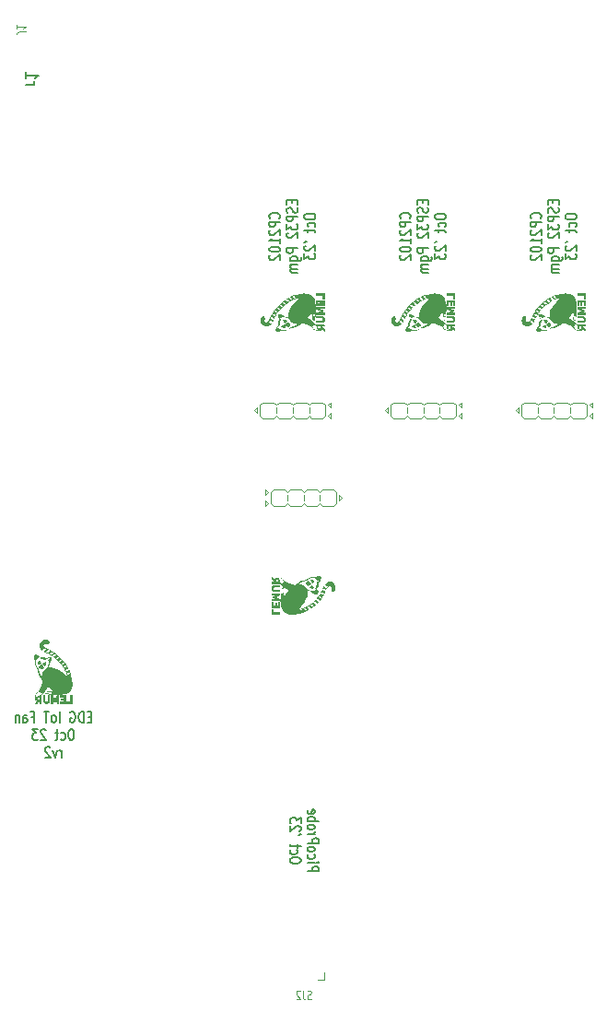
<source format=gbr>
G04 #@! TF.GenerationSoftware,KiCad,Pcbnew,7.0.8*
G04 #@! TF.CreationDate,2023-10-18T02:17:36-07:00*
G04 #@! TF.ProjectId,IotFan,496f7446-616e-42e6-9b69-6361645f7063,rev?*
G04 #@! TF.SameCoordinates,Original*
G04 #@! TF.FileFunction,Legend,Bot*
G04 #@! TF.FilePolarity,Positive*
%FSLAX46Y46*%
G04 Gerber Fmt 4.6, Leading zero omitted, Abs format (unit mm)*
G04 Created by KiCad (PCBNEW 7.0.8) date 2023-10-18 02:17:36*
%MOMM*%
%LPD*%
G01*
G04 APERTURE LIST*
%ADD10C,0.150000*%
%ADD11C,0.100000*%
%ADD12C,0.120000*%
G04 APERTURE END LIST*
D10*
X144749580Y-63323809D02*
X144797200Y-63285713D01*
X144797200Y-63285713D02*
X144844819Y-63171428D01*
X144844819Y-63171428D02*
X144844819Y-63095237D01*
X144844819Y-63095237D02*
X144797200Y-62980951D01*
X144797200Y-62980951D02*
X144701961Y-62904761D01*
X144701961Y-62904761D02*
X144606723Y-62866666D01*
X144606723Y-62866666D02*
X144416247Y-62828570D01*
X144416247Y-62828570D02*
X144273390Y-62828570D01*
X144273390Y-62828570D02*
X144082914Y-62866666D01*
X144082914Y-62866666D02*
X143987676Y-62904761D01*
X143987676Y-62904761D02*
X143892438Y-62980951D01*
X143892438Y-62980951D02*
X143844819Y-63095237D01*
X143844819Y-63095237D02*
X143844819Y-63171428D01*
X143844819Y-63171428D02*
X143892438Y-63285713D01*
X143892438Y-63285713D02*
X143940057Y-63323809D01*
X144844819Y-63666666D02*
X143844819Y-63666666D01*
X143844819Y-63666666D02*
X143844819Y-63971428D01*
X143844819Y-63971428D02*
X143892438Y-64047618D01*
X143892438Y-64047618D02*
X143940057Y-64085713D01*
X143940057Y-64085713D02*
X144035295Y-64123809D01*
X144035295Y-64123809D02*
X144178152Y-64123809D01*
X144178152Y-64123809D02*
X144273390Y-64085713D01*
X144273390Y-64085713D02*
X144321009Y-64047618D01*
X144321009Y-64047618D02*
X144368628Y-63971428D01*
X144368628Y-63971428D02*
X144368628Y-63666666D01*
X143940057Y-64428570D02*
X143892438Y-64466666D01*
X143892438Y-64466666D02*
X143844819Y-64542856D01*
X143844819Y-64542856D02*
X143844819Y-64733332D01*
X143844819Y-64733332D02*
X143892438Y-64809523D01*
X143892438Y-64809523D02*
X143940057Y-64847618D01*
X143940057Y-64847618D02*
X144035295Y-64885713D01*
X144035295Y-64885713D02*
X144130533Y-64885713D01*
X144130533Y-64885713D02*
X144273390Y-64847618D01*
X144273390Y-64847618D02*
X144844819Y-64390475D01*
X144844819Y-64390475D02*
X144844819Y-64885713D01*
X144844819Y-65647618D02*
X144844819Y-65190475D01*
X144844819Y-65419047D02*
X143844819Y-65419047D01*
X143844819Y-65419047D02*
X143987676Y-65342856D01*
X143987676Y-65342856D02*
X144082914Y-65266666D01*
X144082914Y-65266666D02*
X144130533Y-65190475D01*
X143844819Y-66142857D02*
X143844819Y-66219047D01*
X143844819Y-66219047D02*
X143892438Y-66295238D01*
X143892438Y-66295238D02*
X143940057Y-66333333D01*
X143940057Y-66333333D02*
X144035295Y-66371428D01*
X144035295Y-66371428D02*
X144225771Y-66409523D01*
X144225771Y-66409523D02*
X144463866Y-66409523D01*
X144463866Y-66409523D02*
X144654342Y-66371428D01*
X144654342Y-66371428D02*
X144749580Y-66333333D01*
X144749580Y-66333333D02*
X144797200Y-66295238D01*
X144797200Y-66295238D02*
X144844819Y-66219047D01*
X144844819Y-66219047D02*
X144844819Y-66142857D01*
X144844819Y-66142857D02*
X144797200Y-66066666D01*
X144797200Y-66066666D02*
X144749580Y-66028571D01*
X144749580Y-66028571D02*
X144654342Y-65990476D01*
X144654342Y-65990476D02*
X144463866Y-65952380D01*
X144463866Y-65952380D02*
X144225771Y-65952380D01*
X144225771Y-65952380D02*
X144035295Y-65990476D01*
X144035295Y-65990476D02*
X143940057Y-66028571D01*
X143940057Y-66028571D02*
X143892438Y-66066666D01*
X143892438Y-66066666D02*
X143844819Y-66142857D01*
X143940057Y-66714285D02*
X143892438Y-66752381D01*
X143892438Y-66752381D02*
X143844819Y-66828571D01*
X143844819Y-66828571D02*
X143844819Y-67019047D01*
X143844819Y-67019047D02*
X143892438Y-67095238D01*
X143892438Y-67095238D02*
X143940057Y-67133333D01*
X143940057Y-67133333D02*
X144035295Y-67171428D01*
X144035295Y-67171428D02*
X144130533Y-67171428D01*
X144130533Y-67171428D02*
X144273390Y-67133333D01*
X144273390Y-67133333D02*
X144844819Y-66676190D01*
X144844819Y-66676190D02*
X144844819Y-67171428D01*
X145931009Y-61685713D02*
X145931009Y-61952379D01*
X146454819Y-62066665D02*
X146454819Y-61685713D01*
X146454819Y-61685713D02*
X145454819Y-61685713D01*
X145454819Y-61685713D02*
X145454819Y-62066665D01*
X146407200Y-62371427D02*
X146454819Y-62485713D01*
X146454819Y-62485713D02*
X146454819Y-62676189D01*
X146454819Y-62676189D02*
X146407200Y-62752380D01*
X146407200Y-62752380D02*
X146359580Y-62790475D01*
X146359580Y-62790475D02*
X146264342Y-62828570D01*
X146264342Y-62828570D02*
X146169104Y-62828570D01*
X146169104Y-62828570D02*
X146073866Y-62790475D01*
X146073866Y-62790475D02*
X146026247Y-62752380D01*
X146026247Y-62752380D02*
X145978628Y-62676189D01*
X145978628Y-62676189D02*
X145931009Y-62523808D01*
X145931009Y-62523808D02*
X145883390Y-62447618D01*
X145883390Y-62447618D02*
X145835771Y-62409523D01*
X145835771Y-62409523D02*
X145740533Y-62371427D01*
X145740533Y-62371427D02*
X145645295Y-62371427D01*
X145645295Y-62371427D02*
X145550057Y-62409523D01*
X145550057Y-62409523D02*
X145502438Y-62447618D01*
X145502438Y-62447618D02*
X145454819Y-62523808D01*
X145454819Y-62523808D02*
X145454819Y-62714285D01*
X145454819Y-62714285D02*
X145502438Y-62828570D01*
X146454819Y-63171428D02*
X145454819Y-63171428D01*
X145454819Y-63171428D02*
X145454819Y-63476190D01*
X145454819Y-63476190D02*
X145502438Y-63552380D01*
X145502438Y-63552380D02*
X145550057Y-63590475D01*
X145550057Y-63590475D02*
X145645295Y-63628571D01*
X145645295Y-63628571D02*
X145788152Y-63628571D01*
X145788152Y-63628571D02*
X145883390Y-63590475D01*
X145883390Y-63590475D02*
X145931009Y-63552380D01*
X145931009Y-63552380D02*
X145978628Y-63476190D01*
X145978628Y-63476190D02*
X145978628Y-63171428D01*
X145454819Y-63895237D02*
X145454819Y-64390475D01*
X145454819Y-64390475D02*
X145835771Y-64123809D01*
X145835771Y-64123809D02*
X145835771Y-64238094D01*
X145835771Y-64238094D02*
X145883390Y-64314285D01*
X145883390Y-64314285D02*
X145931009Y-64352380D01*
X145931009Y-64352380D02*
X146026247Y-64390475D01*
X146026247Y-64390475D02*
X146264342Y-64390475D01*
X146264342Y-64390475D02*
X146359580Y-64352380D01*
X146359580Y-64352380D02*
X146407200Y-64314285D01*
X146407200Y-64314285D02*
X146454819Y-64238094D01*
X146454819Y-64238094D02*
X146454819Y-64009523D01*
X146454819Y-64009523D02*
X146407200Y-63933332D01*
X146407200Y-63933332D02*
X146359580Y-63895237D01*
X145550057Y-64695237D02*
X145502438Y-64733333D01*
X145502438Y-64733333D02*
X145454819Y-64809523D01*
X145454819Y-64809523D02*
X145454819Y-64999999D01*
X145454819Y-64999999D02*
X145502438Y-65076190D01*
X145502438Y-65076190D02*
X145550057Y-65114285D01*
X145550057Y-65114285D02*
X145645295Y-65152380D01*
X145645295Y-65152380D02*
X145740533Y-65152380D01*
X145740533Y-65152380D02*
X145883390Y-65114285D01*
X145883390Y-65114285D02*
X146454819Y-64657142D01*
X146454819Y-64657142D02*
X146454819Y-65152380D01*
X146454819Y-66104762D02*
X145454819Y-66104762D01*
X145454819Y-66104762D02*
X145454819Y-66409524D01*
X145454819Y-66409524D02*
X145502438Y-66485714D01*
X145502438Y-66485714D02*
X145550057Y-66523809D01*
X145550057Y-66523809D02*
X145645295Y-66561905D01*
X145645295Y-66561905D02*
X145788152Y-66561905D01*
X145788152Y-66561905D02*
X145883390Y-66523809D01*
X145883390Y-66523809D02*
X145931009Y-66485714D01*
X145931009Y-66485714D02*
X145978628Y-66409524D01*
X145978628Y-66409524D02*
X145978628Y-66104762D01*
X145788152Y-67247619D02*
X146597676Y-67247619D01*
X146597676Y-67247619D02*
X146692914Y-67209524D01*
X146692914Y-67209524D02*
X146740533Y-67171428D01*
X146740533Y-67171428D02*
X146788152Y-67095238D01*
X146788152Y-67095238D02*
X146788152Y-66980952D01*
X146788152Y-66980952D02*
X146740533Y-66904762D01*
X146407200Y-67247619D02*
X146454819Y-67171428D01*
X146454819Y-67171428D02*
X146454819Y-67019047D01*
X146454819Y-67019047D02*
X146407200Y-66942857D01*
X146407200Y-66942857D02*
X146359580Y-66904762D01*
X146359580Y-66904762D02*
X146264342Y-66866666D01*
X146264342Y-66866666D02*
X145978628Y-66866666D01*
X145978628Y-66866666D02*
X145883390Y-66904762D01*
X145883390Y-66904762D02*
X145835771Y-66942857D01*
X145835771Y-66942857D02*
X145788152Y-67019047D01*
X145788152Y-67019047D02*
X145788152Y-67171428D01*
X145788152Y-67171428D02*
X145835771Y-67247619D01*
X146454819Y-67628572D02*
X145788152Y-67628572D01*
X145883390Y-67628572D02*
X145835771Y-67666667D01*
X145835771Y-67666667D02*
X145788152Y-67742857D01*
X145788152Y-67742857D02*
X145788152Y-67857143D01*
X145788152Y-67857143D02*
X145835771Y-67933334D01*
X145835771Y-67933334D02*
X145931009Y-67971429D01*
X145931009Y-67971429D02*
X146454819Y-67971429D01*
X145931009Y-67971429D02*
X145835771Y-68009524D01*
X145835771Y-68009524D02*
X145788152Y-68085715D01*
X145788152Y-68085715D02*
X145788152Y-68200000D01*
X145788152Y-68200000D02*
X145835771Y-68276191D01*
X145835771Y-68276191D02*
X145931009Y-68314286D01*
X145931009Y-68314286D02*
X146454819Y-68314286D01*
X147064819Y-63095238D02*
X147064819Y-63247619D01*
X147064819Y-63247619D02*
X147112438Y-63323809D01*
X147112438Y-63323809D02*
X147207676Y-63400000D01*
X147207676Y-63400000D02*
X147398152Y-63438095D01*
X147398152Y-63438095D02*
X147731485Y-63438095D01*
X147731485Y-63438095D02*
X147921961Y-63400000D01*
X147921961Y-63400000D02*
X148017200Y-63323809D01*
X148017200Y-63323809D02*
X148064819Y-63247619D01*
X148064819Y-63247619D02*
X148064819Y-63095238D01*
X148064819Y-63095238D02*
X148017200Y-63019047D01*
X148017200Y-63019047D02*
X147921961Y-62942857D01*
X147921961Y-62942857D02*
X147731485Y-62904761D01*
X147731485Y-62904761D02*
X147398152Y-62904761D01*
X147398152Y-62904761D02*
X147207676Y-62942857D01*
X147207676Y-62942857D02*
X147112438Y-63019047D01*
X147112438Y-63019047D02*
X147064819Y-63095238D01*
X148017200Y-64123809D02*
X148064819Y-64047618D01*
X148064819Y-64047618D02*
X148064819Y-63895237D01*
X148064819Y-63895237D02*
X148017200Y-63819047D01*
X148017200Y-63819047D02*
X147969580Y-63780952D01*
X147969580Y-63780952D02*
X147874342Y-63742856D01*
X147874342Y-63742856D02*
X147588628Y-63742856D01*
X147588628Y-63742856D02*
X147493390Y-63780952D01*
X147493390Y-63780952D02*
X147445771Y-63819047D01*
X147445771Y-63819047D02*
X147398152Y-63895237D01*
X147398152Y-63895237D02*
X147398152Y-64047618D01*
X147398152Y-64047618D02*
X147445771Y-64123809D01*
X147398152Y-64352380D02*
X147398152Y-64657142D01*
X147064819Y-64466666D02*
X147921961Y-64466666D01*
X147921961Y-64466666D02*
X148017200Y-64504761D01*
X148017200Y-64504761D02*
X148064819Y-64580951D01*
X148064819Y-64580951D02*
X148064819Y-64657142D01*
X147064819Y-65571428D02*
X147255295Y-65495237D01*
X147160057Y-65876189D02*
X147112438Y-65914285D01*
X147112438Y-65914285D02*
X147064819Y-65990475D01*
X147064819Y-65990475D02*
X147064819Y-66180951D01*
X147064819Y-66180951D02*
X147112438Y-66257142D01*
X147112438Y-66257142D02*
X147160057Y-66295237D01*
X147160057Y-66295237D02*
X147255295Y-66333332D01*
X147255295Y-66333332D02*
X147350533Y-66333332D01*
X147350533Y-66333332D02*
X147493390Y-66295237D01*
X147493390Y-66295237D02*
X148064819Y-65838094D01*
X148064819Y-65838094D02*
X148064819Y-66333332D01*
X147064819Y-66599999D02*
X147064819Y-67095237D01*
X147064819Y-67095237D02*
X147445771Y-66828571D01*
X147445771Y-66828571D02*
X147445771Y-66942856D01*
X147445771Y-66942856D02*
X147493390Y-67019047D01*
X147493390Y-67019047D02*
X147541009Y-67057142D01*
X147541009Y-67057142D02*
X147636247Y-67095237D01*
X147636247Y-67095237D02*
X147874342Y-67095237D01*
X147874342Y-67095237D02*
X147969580Y-67057142D01*
X147969580Y-67057142D02*
X148017200Y-67019047D01*
X148017200Y-67019047D02*
X148064819Y-66942856D01*
X148064819Y-66942856D02*
X148064819Y-66714285D01*
X148064819Y-66714285D02*
X148017200Y-66638094D01*
X148017200Y-66638094D02*
X147969580Y-66599999D01*
X132749580Y-63323809D02*
X132797200Y-63285713D01*
X132797200Y-63285713D02*
X132844819Y-63171428D01*
X132844819Y-63171428D02*
X132844819Y-63095237D01*
X132844819Y-63095237D02*
X132797200Y-62980951D01*
X132797200Y-62980951D02*
X132701961Y-62904761D01*
X132701961Y-62904761D02*
X132606723Y-62866666D01*
X132606723Y-62866666D02*
X132416247Y-62828570D01*
X132416247Y-62828570D02*
X132273390Y-62828570D01*
X132273390Y-62828570D02*
X132082914Y-62866666D01*
X132082914Y-62866666D02*
X131987676Y-62904761D01*
X131987676Y-62904761D02*
X131892438Y-62980951D01*
X131892438Y-62980951D02*
X131844819Y-63095237D01*
X131844819Y-63095237D02*
X131844819Y-63171428D01*
X131844819Y-63171428D02*
X131892438Y-63285713D01*
X131892438Y-63285713D02*
X131940057Y-63323809D01*
X132844819Y-63666666D02*
X131844819Y-63666666D01*
X131844819Y-63666666D02*
X131844819Y-63971428D01*
X131844819Y-63971428D02*
X131892438Y-64047618D01*
X131892438Y-64047618D02*
X131940057Y-64085713D01*
X131940057Y-64085713D02*
X132035295Y-64123809D01*
X132035295Y-64123809D02*
X132178152Y-64123809D01*
X132178152Y-64123809D02*
X132273390Y-64085713D01*
X132273390Y-64085713D02*
X132321009Y-64047618D01*
X132321009Y-64047618D02*
X132368628Y-63971428D01*
X132368628Y-63971428D02*
X132368628Y-63666666D01*
X131940057Y-64428570D02*
X131892438Y-64466666D01*
X131892438Y-64466666D02*
X131844819Y-64542856D01*
X131844819Y-64542856D02*
X131844819Y-64733332D01*
X131844819Y-64733332D02*
X131892438Y-64809523D01*
X131892438Y-64809523D02*
X131940057Y-64847618D01*
X131940057Y-64847618D02*
X132035295Y-64885713D01*
X132035295Y-64885713D02*
X132130533Y-64885713D01*
X132130533Y-64885713D02*
X132273390Y-64847618D01*
X132273390Y-64847618D02*
X132844819Y-64390475D01*
X132844819Y-64390475D02*
X132844819Y-64885713D01*
X132844819Y-65647618D02*
X132844819Y-65190475D01*
X132844819Y-65419047D02*
X131844819Y-65419047D01*
X131844819Y-65419047D02*
X131987676Y-65342856D01*
X131987676Y-65342856D02*
X132082914Y-65266666D01*
X132082914Y-65266666D02*
X132130533Y-65190475D01*
X131844819Y-66142857D02*
X131844819Y-66219047D01*
X131844819Y-66219047D02*
X131892438Y-66295238D01*
X131892438Y-66295238D02*
X131940057Y-66333333D01*
X131940057Y-66333333D02*
X132035295Y-66371428D01*
X132035295Y-66371428D02*
X132225771Y-66409523D01*
X132225771Y-66409523D02*
X132463866Y-66409523D01*
X132463866Y-66409523D02*
X132654342Y-66371428D01*
X132654342Y-66371428D02*
X132749580Y-66333333D01*
X132749580Y-66333333D02*
X132797200Y-66295238D01*
X132797200Y-66295238D02*
X132844819Y-66219047D01*
X132844819Y-66219047D02*
X132844819Y-66142857D01*
X132844819Y-66142857D02*
X132797200Y-66066666D01*
X132797200Y-66066666D02*
X132749580Y-66028571D01*
X132749580Y-66028571D02*
X132654342Y-65990476D01*
X132654342Y-65990476D02*
X132463866Y-65952380D01*
X132463866Y-65952380D02*
X132225771Y-65952380D01*
X132225771Y-65952380D02*
X132035295Y-65990476D01*
X132035295Y-65990476D02*
X131940057Y-66028571D01*
X131940057Y-66028571D02*
X131892438Y-66066666D01*
X131892438Y-66066666D02*
X131844819Y-66142857D01*
X131940057Y-66714285D02*
X131892438Y-66752381D01*
X131892438Y-66752381D02*
X131844819Y-66828571D01*
X131844819Y-66828571D02*
X131844819Y-67019047D01*
X131844819Y-67019047D02*
X131892438Y-67095238D01*
X131892438Y-67095238D02*
X131940057Y-67133333D01*
X131940057Y-67133333D02*
X132035295Y-67171428D01*
X132035295Y-67171428D02*
X132130533Y-67171428D01*
X132130533Y-67171428D02*
X132273390Y-67133333D01*
X132273390Y-67133333D02*
X132844819Y-66676190D01*
X132844819Y-66676190D02*
X132844819Y-67171428D01*
X133931009Y-61685713D02*
X133931009Y-61952379D01*
X134454819Y-62066665D02*
X134454819Y-61685713D01*
X134454819Y-61685713D02*
X133454819Y-61685713D01*
X133454819Y-61685713D02*
X133454819Y-62066665D01*
X134407200Y-62371427D02*
X134454819Y-62485713D01*
X134454819Y-62485713D02*
X134454819Y-62676189D01*
X134454819Y-62676189D02*
X134407200Y-62752380D01*
X134407200Y-62752380D02*
X134359580Y-62790475D01*
X134359580Y-62790475D02*
X134264342Y-62828570D01*
X134264342Y-62828570D02*
X134169104Y-62828570D01*
X134169104Y-62828570D02*
X134073866Y-62790475D01*
X134073866Y-62790475D02*
X134026247Y-62752380D01*
X134026247Y-62752380D02*
X133978628Y-62676189D01*
X133978628Y-62676189D02*
X133931009Y-62523808D01*
X133931009Y-62523808D02*
X133883390Y-62447618D01*
X133883390Y-62447618D02*
X133835771Y-62409523D01*
X133835771Y-62409523D02*
X133740533Y-62371427D01*
X133740533Y-62371427D02*
X133645295Y-62371427D01*
X133645295Y-62371427D02*
X133550057Y-62409523D01*
X133550057Y-62409523D02*
X133502438Y-62447618D01*
X133502438Y-62447618D02*
X133454819Y-62523808D01*
X133454819Y-62523808D02*
X133454819Y-62714285D01*
X133454819Y-62714285D02*
X133502438Y-62828570D01*
X134454819Y-63171428D02*
X133454819Y-63171428D01*
X133454819Y-63171428D02*
X133454819Y-63476190D01*
X133454819Y-63476190D02*
X133502438Y-63552380D01*
X133502438Y-63552380D02*
X133550057Y-63590475D01*
X133550057Y-63590475D02*
X133645295Y-63628571D01*
X133645295Y-63628571D02*
X133788152Y-63628571D01*
X133788152Y-63628571D02*
X133883390Y-63590475D01*
X133883390Y-63590475D02*
X133931009Y-63552380D01*
X133931009Y-63552380D02*
X133978628Y-63476190D01*
X133978628Y-63476190D02*
X133978628Y-63171428D01*
X133454819Y-63895237D02*
X133454819Y-64390475D01*
X133454819Y-64390475D02*
X133835771Y-64123809D01*
X133835771Y-64123809D02*
X133835771Y-64238094D01*
X133835771Y-64238094D02*
X133883390Y-64314285D01*
X133883390Y-64314285D02*
X133931009Y-64352380D01*
X133931009Y-64352380D02*
X134026247Y-64390475D01*
X134026247Y-64390475D02*
X134264342Y-64390475D01*
X134264342Y-64390475D02*
X134359580Y-64352380D01*
X134359580Y-64352380D02*
X134407200Y-64314285D01*
X134407200Y-64314285D02*
X134454819Y-64238094D01*
X134454819Y-64238094D02*
X134454819Y-64009523D01*
X134454819Y-64009523D02*
X134407200Y-63933332D01*
X134407200Y-63933332D02*
X134359580Y-63895237D01*
X133550057Y-64695237D02*
X133502438Y-64733333D01*
X133502438Y-64733333D02*
X133454819Y-64809523D01*
X133454819Y-64809523D02*
X133454819Y-64999999D01*
X133454819Y-64999999D02*
X133502438Y-65076190D01*
X133502438Y-65076190D02*
X133550057Y-65114285D01*
X133550057Y-65114285D02*
X133645295Y-65152380D01*
X133645295Y-65152380D02*
X133740533Y-65152380D01*
X133740533Y-65152380D02*
X133883390Y-65114285D01*
X133883390Y-65114285D02*
X134454819Y-64657142D01*
X134454819Y-64657142D02*
X134454819Y-65152380D01*
X134454819Y-66104762D02*
X133454819Y-66104762D01*
X133454819Y-66104762D02*
X133454819Y-66409524D01*
X133454819Y-66409524D02*
X133502438Y-66485714D01*
X133502438Y-66485714D02*
X133550057Y-66523809D01*
X133550057Y-66523809D02*
X133645295Y-66561905D01*
X133645295Y-66561905D02*
X133788152Y-66561905D01*
X133788152Y-66561905D02*
X133883390Y-66523809D01*
X133883390Y-66523809D02*
X133931009Y-66485714D01*
X133931009Y-66485714D02*
X133978628Y-66409524D01*
X133978628Y-66409524D02*
X133978628Y-66104762D01*
X133788152Y-67247619D02*
X134597676Y-67247619D01*
X134597676Y-67247619D02*
X134692914Y-67209524D01*
X134692914Y-67209524D02*
X134740533Y-67171428D01*
X134740533Y-67171428D02*
X134788152Y-67095238D01*
X134788152Y-67095238D02*
X134788152Y-66980952D01*
X134788152Y-66980952D02*
X134740533Y-66904762D01*
X134407200Y-67247619D02*
X134454819Y-67171428D01*
X134454819Y-67171428D02*
X134454819Y-67019047D01*
X134454819Y-67019047D02*
X134407200Y-66942857D01*
X134407200Y-66942857D02*
X134359580Y-66904762D01*
X134359580Y-66904762D02*
X134264342Y-66866666D01*
X134264342Y-66866666D02*
X133978628Y-66866666D01*
X133978628Y-66866666D02*
X133883390Y-66904762D01*
X133883390Y-66904762D02*
X133835771Y-66942857D01*
X133835771Y-66942857D02*
X133788152Y-67019047D01*
X133788152Y-67019047D02*
X133788152Y-67171428D01*
X133788152Y-67171428D02*
X133835771Y-67247619D01*
X134454819Y-67628572D02*
X133788152Y-67628572D01*
X133883390Y-67628572D02*
X133835771Y-67666667D01*
X133835771Y-67666667D02*
X133788152Y-67742857D01*
X133788152Y-67742857D02*
X133788152Y-67857143D01*
X133788152Y-67857143D02*
X133835771Y-67933334D01*
X133835771Y-67933334D02*
X133931009Y-67971429D01*
X133931009Y-67971429D02*
X134454819Y-67971429D01*
X133931009Y-67971429D02*
X133835771Y-68009524D01*
X133835771Y-68009524D02*
X133788152Y-68085715D01*
X133788152Y-68085715D02*
X133788152Y-68200000D01*
X133788152Y-68200000D02*
X133835771Y-68276191D01*
X133835771Y-68276191D02*
X133931009Y-68314286D01*
X133931009Y-68314286D02*
X134454819Y-68314286D01*
X135064819Y-63095238D02*
X135064819Y-63247619D01*
X135064819Y-63247619D02*
X135112438Y-63323809D01*
X135112438Y-63323809D02*
X135207676Y-63400000D01*
X135207676Y-63400000D02*
X135398152Y-63438095D01*
X135398152Y-63438095D02*
X135731485Y-63438095D01*
X135731485Y-63438095D02*
X135921961Y-63400000D01*
X135921961Y-63400000D02*
X136017200Y-63323809D01*
X136017200Y-63323809D02*
X136064819Y-63247619D01*
X136064819Y-63247619D02*
X136064819Y-63095238D01*
X136064819Y-63095238D02*
X136017200Y-63019047D01*
X136017200Y-63019047D02*
X135921961Y-62942857D01*
X135921961Y-62942857D02*
X135731485Y-62904761D01*
X135731485Y-62904761D02*
X135398152Y-62904761D01*
X135398152Y-62904761D02*
X135207676Y-62942857D01*
X135207676Y-62942857D02*
X135112438Y-63019047D01*
X135112438Y-63019047D02*
X135064819Y-63095238D01*
X136017200Y-64123809D02*
X136064819Y-64047618D01*
X136064819Y-64047618D02*
X136064819Y-63895237D01*
X136064819Y-63895237D02*
X136017200Y-63819047D01*
X136017200Y-63819047D02*
X135969580Y-63780952D01*
X135969580Y-63780952D02*
X135874342Y-63742856D01*
X135874342Y-63742856D02*
X135588628Y-63742856D01*
X135588628Y-63742856D02*
X135493390Y-63780952D01*
X135493390Y-63780952D02*
X135445771Y-63819047D01*
X135445771Y-63819047D02*
X135398152Y-63895237D01*
X135398152Y-63895237D02*
X135398152Y-64047618D01*
X135398152Y-64047618D02*
X135445771Y-64123809D01*
X135398152Y-64352380D02*
X135398152Y-64657142D01*
X135064819Y-64466666D02*
X135921961Y-64466666D01*
X135921961Y-64466666D02*
X136017200Y-64504761D01*
X136017200Y-64504761D02*
X136064819Y-64580951D01*
X136064819Y-64580951D02*
X136064819Y-64657142D01*
X135064819Y-65571428D02*
X135255295Y-65495237D01*
X135160057Y-65876189D02*
X135112438Y-65914285D01*
X135112438Y-65914285D02*
X135064819Y-65990475D01*
X135064819Y-65990475D02*
X135064819Y-66180951D01*
X135064819Y-66180951D02*
X135112438Y-66257142D01*
X135112438Y-66257142D02*
X135160057Y-66295237D01*
X135160057Y-66295237D02*
X135255295Y-66333332D01*
X135255295Y-66333332D02*
X135350533Y-66333332D01*
X135350533Y-66333332D02*
X135493390Y-66295237D01*
X135493390Y-66295237D02*
X136064819Y-65838094D01*
X136064819Y-65838094D02*
X136064819Y-66333332D01*
X135064819Y-66599999D02*
X135064819Y-67095237D01*
X135064819Y-67095237D02*
X135445771Y-66828571D01*
X135445771Y-66828571D02*
X135445771Y-66942856D01*
X135445771Y-66942856D02*
X135493390Y-67019047D01*
X135493390Y-67019047D02*
X135541009Y-67057142D01*
X135541009Y-67057142D02*
X135636247Y-67095237D01*
X135636247Y-67095237D02*
X135874342Y-67095237D01*
X135874342Y-67095237D02*
X135969580Y-67057142D01*
X135969580Y-67057142D02*
X136017200Y-67019047D01*
X136017200Y-67019047D02*
X136064819Y-66942856D01*
X136064819Y-66942856D02*
X136064819Y-66714285D01*
X136064819Y-66714285D02*
X136017200Y-66638094D01*
X136017200Y-66638094D02*
X135969580Y-66599999D01*
X120749580Y-63323809D02*
X120797200Y-63285713D01*
X120797200Y-63285713D02*
X120844819Y-63171428D01*
X120844819Y-63171428D02*
X120844819Y-63095237D01*
X120844819Y-63095237D02*
X120797200Y-62980951D01*
X120797200Y-62980951D02*
X120701961Y-62904761D01*
X120701961Y-62904761D02*
X120606723Y-62866666D01*
X120606723Y-62866666D02*
X120416247Y-62828570D01*
X120416247Y-62828570D02*
X120273390Y-62828570D01*
X120273390Y-62828570D02*
X120082914Y-62866666D01*
X120082914Y-62866666D02*
X119987676Y-62904761D01*
X119987676Y-62904761D02*
X119892438Y-62980951D01*
X119892438Y-62980951D02*
X119844819Y-63095237D01*
X119844819Y-63095237D02*
X119844819Y-63171428D01*
X119844819Y-63171428D02*
X119892438Y-63285713D01*
X119892438Y-63285713D02*
X119940057Y-63323809D01*
X120844819Y-63666666D02*
X119844819Y-63666666D01*
X119844819Y-63666666D02*
X119844819Y-63971428D01*
X119844819Y-63971428D02*
X119892438Y-64047618D01*
X119892438Y-64047618D02*
X119940057Y-64085713D01*
X119940057Y-64085713D02*
X120035295Y-64123809D01*
X120035295Y-64123809D02*
X120178152Y-64123809D01*
X120178152Y-64123809D02*
X120273390Y-64085713D01*
X120273390Y-64085713D02*
X120321009Y-64047618D01*
X120321009Y-64047618D02*
X120368628Y-63971428D01*
X120368628Y-63971428D02*
X120368628Y-63666666D01*
X119940057Y-64428570D02*
X119892438Y-64466666D01*
X119892438Y-64466666D02*
X119844819Y-64542856D01*
X119844819Y-64542856D02*
X119844819Y-64733332D01*
X119844819Y-64733332D02*
X119892438Y-64809523D01*
X119892438Y-64809523D02*
X119940057Y-64847618D01*
X119940057Y-64847618D02*
X120035295Y-64885713D01*
X120035295Y-64885713D02*
X120130533Y-64885713D01*
X120130533Y-64885713D02*
X120273390Y-64847618D01*
X120273390Y-64847618D02*
X120844819Y-64390475D01*
X120844819Y-64390475D02*
X120844819Y-64885713D01*
X120844819Y-65647618D02*
X120844819Y-65190475D01*
X120844819Y-65419047D02*
X119844819Y-65419047D01*
X119844819Y-65419047D02*
X119987676Y-65342856D01*
X119987676Y-65342856D02*
X120082914Y-65266666D01*
X120082914Y-65266666D02*
X120130533Y-65190475D01*
X119844819Y-66142857D02*
X119844819Y-66219047D01*
X119844819Y-66219047D02*
X119892438Y-66295238D01*
X119892438Y-66295238D02*
X119940057Y-66333333D01*
X119940057Y-66333333D02*
X120035295Y-66371428D01*
X120035295Y-66371428D02*
X120225771Y-66409523D01*
X120225771Y-66409523D02*
X120463866Y-66409523D01*
X120463866Y-66409523D02*
X120654342Y-66371428D01*
X120654342Y-66371428D02*
X120749580Y-66333333D01*
X120749580Y-66333333D02*
X120797200Y-66295238D01*
X120797200Y-66295238D02*
X120844819Y-66219047D01*
X120844819Y-66219047D02*
X120844819Y-66142857D01*
X120844819Y-66142857D02*
X120797200Y-66066666D01*
X120797200Y-66066666D02*
X120749580Y-66028571D01*
X120749580Y-66028571D02*
X120654342Y-65990476D01*
X120654342Y-65990476D02*
X120463866Y-65952380D01*
X120463866Y-65952380D02*
X120225771Y-65952380D01*
X120225771Y-65952380D02*
X120035295Y-65990476D01*
X120035295Y-65990476D02*
X119940057Y-66028571D01*
X119940057Y-66028571D02*
X119892438Y-66066666D01*
X119892438Y-66066666D02*
X119844819Y-66142857D01*
X119940057Y-66714285D02*
X119892438Y-66752381D01*
X119892438Y-66752381D02*
X119844819Y-66828571D01*
X119844819Y-66828571D02*
X119844819Y-67019047D01*
X119844819Y-67019047D02*
X119892438Y-67095238D01*
X119892438Y-67095238D02*
X119940057Y-67133333D01*
X119940057Y-67133333D02*
X120035295Y-67171428D01*
X120035295Y-67171428D02*
X120130533Y-67171428D01*
X120130533Y-67171428D02*
X120273390Y-67133333D01*
X120273390Y-67133333D02*
X120844819Y-66676190D01*
X120844819Y-66676190D02*
X120844819Y-67171428D01*
X121931009Y-61685713D02*
X121931009Y-61952379D01*
X122454819Y-62066665D02*
X122454819Y-61685713D01*
X122454819Y-61685713D02*
X121454819Y-61685713D01*
X121454819Y-61685713D02*
X121454819Y-62066665D01*
X122407200Y-62371427D02*
X122454819Y-62485713D01*
X122454819Y-62485713D02*
X122454819Y-62676189D01*
X122454819Y-62676189D02*
X122407200Y-62752380D01*
X122407200Y-62752380D02*
X122359580Y-62790475D01*
X122359580Y-62790475D02*
X122264342Y-62828570D01*
X122264342Y-62828570D02*
X122169104Y-62828570D01*
X122169104Y-62828570D02*
X122073866Y-62790475D01*
X122073866Y-62790475D02*
X122026247Y-62752380D01*
X122026247Y-62752380D02*
X121978628Y-62676189D01*
X121978628Y-62676189D02*
X121931009Y-62523808D01*
X121931009Y-62523808D02*
X121883390Y-62447618D01*
X121883390Y-62447618D02*
X121835771Y-62409523D01*
X121835771Y-62409523D02*
X121740533Y-62371427D01*
X121740533Y-62371427D02*
X121645295Y-62371427D01*
X121645295Y-62371427D02*
X121550057Y-62409523D01*
X121550057Y-62409523D02*
X121502438Y-62447618D01*
X121502438Y-62447618D02*
X121454819Y-62523808D01*
X121454819Y-62523808D02*
X121454819Y-62714285D01*
X121454819Y-62714285D02*
X121502438Y-62828570D01*
X122454819Y-63171428D02*
X121454819Y-63171428D01*
X121454819Y-63171428D02*
X121454819Y-63476190D01*
X121454819Y-63476190D02*
X121502438Y-63552380D01*
X121502438Y-63552380D02*
X121550057Y-63590475D01*
X121550057Y-63590475D02*
X121645295Y-63628571D01*
X121645295Y-63628571D02*
X121788152Y-63628571D01*
X121788152Y-63628571D02*
X121883390Y-63590475D01*
X121883390Y-63590475D02*
X121931009Y-63552380D01*
X121931009Y-63552380D02*
X121978628Y-63476190D01*
X121978628Y-63476190D02*
X121978628Y-63171428D01*
X121454819Y-63895237D02*
X121454819Y-64390475D01*
X121454819Y-64390475D02*
X121835771Y-64123809D01*
X121835771Y-64123809D02*
X121835771Y-64238094D01*
X121835771Y-64238094D02*
X121883390Y-64314285D01*
X121883390Y-64314285D02*
X121931009Y-64352380D01*
X121931009Y-64352380D02*
X122026247Y-64390475D01*
X122026247Y-64390475D02*
X122264342Y-64390475D01*
X122264342Y-64390475D02*
X122359580Y-64352380D01*
X122359580Y-64352380D02*
X122407200Y-64314285D01*
X122407200Y-64314285D02*
X122454819Y-64238094D01*
X122454819Y-64238094D02*
X122454819Y-64009523D01*
X122454819Y-64009523D02*
X122407200Y-63933332D01*
X122407200Y-63933332D02*
X122359580Y-63895237D01*
X121550057Y-64695237D02*
X121502438Y-64733333D01*
X121502438Y-64733333D02*
X121454819Y-64809523D01*
X121454819Y-64809523D02*
X121454819Y-64999999D01*
X121454819Y-64999999D02*
X121502438Y-65076190D01*
X121502438Y-65076190D02*
X121550057Y-65114285D01*
X121550057Y-65114285D02*
X121645295Y-65152380D01*
X121645295Y-65152380D02*
X121740533Y-65152380D01*
X121740533Y-65152380D02*
X121883390Y-65114285D01*
X121883390Y-65114285D02*
X122454819Y-64657142D01*
X122454819Y-64657142D02*
X122454819Y-65152380D01*
X122454819Y-66104762D02*
X121454819Y-66104762D01*
X121454819Y-66104762D02*
X121454819Y-66409524D01*
X121454819Y-66409524D02*
X121502438Y-66485714D01*
X121502438Y-66485714D02*
X121550057Y-66523809D01*
X121550057Y-66523809D02*
X121645295Y-66561905D01*
X121645295Y-66561905D02*
X121788152Y-66561905D01*
X121788152Y-66561905D02*
X121883390Y-66523809D01*
X121883390Y-66523809D02*
X121931009Y-66485714D01*
X121931009Y-66485714D02*
X121978628Y-66409524D01*
X121978628Y-66409524D02*
X121978628Y-66104762D01*
X121788152Y-67247619D02*
X122597676Y-67247619D01*
X122597676Y-67247619D02*
X122692914Y-67209524D01*
X122692914Y-67209524D02*
X122740533Y-67171428D01*
X122740533Y-67171428D02*
X122788152Y-67095238D01*
X122788152Y-67095238D02*
X122788152Y-66980952D01*
X122788152Y-66980952D02*
X122740533Y-66904762D01*
X122407200Y-67247619D02*
X122454819Y-67171428D01*
X122454819Y-67171428D02*
X122454819Y-67019047D01*
X122454819Y-67019047D02*
X122407200Y-66942857D01*
X122407200Y-66942857D02*
X122359580Y-66904762D01*
X122359580Y-66904762D02*
X122264342Y-66866666D01*
X122264342Y-66866666D02*
X121978628Y-66866666D01*
X121978628Y-66866666D02*
X121883390Y-66904762D01*
X121883390Y-66904762D02*
X121835771Y-66942857D01*
X121835771Y-66942857D02*
X121788152Y-67019047D01*
X121788152Y-67019047D02*
X121788152Y-67171428D01*
X121788152Y-67171428D02*
X121835771Y-67247619D01*
X122454819Y-67628572D02*
X121788152Y-67628572D01*
X121883390Y-67628572D02*
X121835771Y-67666667D01*
X121835771Y-67666667D02*
X121788152Y-67742857D01*
X121788152Y-67742857D02*
X121788152Y-67857143D01*
X121788152Y-67857143D02*
X121835771Y-67933334D01*
X121835771Y-67933334D02*
X121931009Y-67971429D01*
X121931009Y-67971429D02*
X122454819Y-67971429D01*
X121931009Y-67971429D02*
X121835771Y-68009524D01*
X121835771Y-68009524D02*
X121788152Y-68085715D01*
X121788152Y-68085715D02*
X121788152Y-68200000D01*
X121788152Y-68200000D02*
X121835771Y-68276191D01*
X121835771Y-68276191D02*
X121931009Y-68314286D01*
X121931009Y-68314286D02*
X122454819Y-68314286D01*
X123064819Y-63095238D02*
X123064819Y-63247619D01*
X123064819Y-63247619D02*
X123112438Y-63323809D01*
X123112438Y-63323809D02*
X123207676Y-63400000D01*
X123207676Y-63400000D02*
X123398152Y-63438095D01*
X123398152Y-63438095D02*
X123731485Y-63438095D01*
X123731485Y-63438095D02*
X123921961Y-63400000D01*
X123921961Y-63400000D02*
X124017200Y-63323809D01*
X124017200Y-63323809D02*
X124064819Y-63247619D01*
X124064819Y-63247619D02*
X124064819Y-63095238D01*
X124064819Y-63095238D02*
X124017200Y-63019047D01*
X124017200Y-63019047D02*
X123921961Y-62942857D01*
X123921961Y-62942857D02*
X123731485Y-62904761D01*
X123731485Y-62904761D02*
X123398152Y-62904761D01*
X123398152Y-62904761D02*
X123207676Y-62942857D01*
X123207676Y-62942857D02*
X123112438Y-63019047D01*
X123112438Y-63019047D02*
X123064819Y-63095238D01*
X124017200Y-64123809D02*
X124064819Y-64047618D01*
X124064819Y-64047618D02*
X124064819Y-63895237D01*
X124064819Y-63895237D02*
X124017200Y-63819047D01*
X124017200Y-63819047D02*
X123969580Y-63780952D01*
X123969580Y-63780952D02*
X123874342Y-63742856D01*
X123874342Y-63742856D02*
X123588628Y-63742856D01*
X123588628Y-63742856D02*
X123493390Y-63780952D01*
X123493390Y-63780952D02*
X123445771Y-63819047D01*
X123445771Y-63819047D02*
X123398152Y-63895237D01*
X123398152Y-63895237D02*
X123398152Y-64047618D01*
X123398152Y-64047618D02*
X123445771Y-64123809D01*
X123398152Y-64352380D02*
X123398152Y-64657142D01*
X123064819Y-64466666D02*
X123921961Y-64466666D01*
X123921961Y-64466666D02*
X124017200Y-64504761D01*
X124017200Y-64504761D02*
X124064819Y-64580951D01*
X124064819Y-64580951D02*
X124064819Y-64657142D01*
X123064819Y-65571428D02*
X123255295Y-65495237D01*
X123160057Y-65876189D02*
X123112438Y-65914285D01*
X123112438Y-65914285D02*
X123064819Y-65990475D01*
X123064819Y-65990475D02*
X123064819Y-66180951D01*
X123064819Y-66180951D02*
X123112438Y-66257142D01*
X123112438Y-66257142D02*
X123160057Y-66295237D01*
X123160057Y-66295237D02*
X123255295Y-66333332D01*
X123255295Y-66333332D02*
X123350533Y-66333332D01*
X123350533Y-66333332D02*
X123493390Y-66295237D01*
X123493390Y-66295237D02*
X124064819Y-65838094D01*
X124064819Y-65838094D02*
X124064819Y-66333332D01*
X123064819Y-66599999D02*
X123064819Y-67095237D01*
X123064819Y-67095237D02*
X123445771Y-66828571D01*
X123445771Y-66828571D02*
X123445771Y-66942856D01*
X123445771Y-66942856D02*
X123493390Y-67019047D01*
X123493390Y-67019047D02*
X123541009Y-67057142D01*
X123541009Y-67057142D02*
X123636247Y-67095237D01*
X123636247Y-67095237D02*
X123874342Y-67095237D01*
X123874342Y-67095237D02*
X123969580Y-67057142D01*
X123969580Y-67057142D02*
X124017200Y-67019047D01*
X124017200Y-67019047D02*
X124064819Y-66942856D01*
X124064819Y-66942856D02*
X124064819Y-66714285D01*
X124064819Y-66714285D02*
X124017200Y-66638094D01*
X124017200Y-66638094D02*
X123969580Y-66599999D01*
X97452657Y-51047618D02*
X98252657Y-51047618D01*
X98024085Y-51047618D02*
X98138371Y-50999999D01*
X98138371Y-50999999D02*
X98195514Y-50952380D01*
X98195514Y-50952380D02*
X98252657Y-50857142D01*
X98252657Y-50857142D02*
X98252657Y-50761904D01*
X97452657Y-49904761D02*
X97452657Y-50476189D01*
X97452657Y-50190475D02*
X98652657Y-50190475D01*
X98652657Y-50190475D02*
X98481228Y-50285713D01*
X98481228Y-50285713D02*
X98366942Y-50380951D01*
X98366942Y-50380951D02*
X98309800Y-50476189D01*
X103504762Y-109126009D02*
X103238096Y-109126009D01*
X103123810Y-109649819D02*
X103504762Y-109649819D01*
X103504762Y-109649819D02*
X103504762Y-108649819D01*
X103504762Y-108649819D02*
X103123810Y-108649819D01*
X102780952Y-109649819D02*
X102780952Y-108649819D01*
X102780952Y-108649819D02*
X102590476Y-108649819D01*
X102590476Y-108649819D02*
X102476190Y-108697438D01*
X102476190Y-108697438D02*
X102400000Y-108792676D01*
X102400000Y-108792676D02*
X102361905Y-108887914D01*
X102361905Y-108887914D02*
X102323809Y-109078390D01*
X102323809Y-109078390D02*
X102323809Y-109221247D01*
X102323809Y-109221247D02*
X102361905Y-109411723D01*
X102361905Y-109411723D02*
X102400000Y-109506961D01*
X102400000Y-109506961D02*
X102476190Y-109602200D01*
X102476190Y-109602200D02*
X102590476Y-109649819D01*
X102590476Y-109649819D02*
X102780952Y-109649819D01*
X101561905Y-108697438D02*
X101638095Y-108649819D01*
X101638095Y-108649819D02*
X101752381Y-108649819D01*
X101752381Y-108649819D02*
X101866667Y-108697438D01*
X101866667Y-108697438D02*
X101942857Y-108792676D01*
X101942857Y-108792676D02*
X101980952Y-108887914D01*
X101980952Y-108887914D02*
X102019048Y-109078390D01*
X102019048Y-109078390D02*
X102019048Y-109221247D01*
X102019048Y-109221247D02*
X101980952Y-109411723D01*
X101980952Y-109411723D02*
X101942857Y-109506961D01*
X101942857Y-109506961D02*
X101866667Y-109602200D01*
X101866667Y-109602200D02*
X101752381Y-109649819D01*
X101752381Y-109649819D02*
X101676190Y-109649819D01*
X101676190Y-109649819D02*
X101561905Y-109602200D01*
X101561905Y-109602200D02*
X101523809Y-109554580D01*
X101523809Y-109554580D02*
X101523809Y-109221247D01*
X101523809Y-109221247D02*
X101676190Y-109221247D01*
X100571428Y-109649819D02*
X100571428Y-108649819D01*
X100076191Y-109649819D02*
X100152381Y-109602200D01*
X100152381Y-109602200D02*
X100190476Y-109554580D01*
X100190476Y-109554580D02*
X100228572Y-109459342D01*
X100228572Y-109459342D02*
X100228572Y-109173628D01*
X100228572Y-109173628D02*
X100190476Y-109078390D01*
X100190476Y-109078390D02*
X100152381Y-109030771D01*
X100152381Y-109030771D02*
X100076191Y-108983152D01*
X100076191Y-108983152D02*
X99961905Y-108983152D01*
X99961905Y-108983152D02*
X99885714Y-109030771D01*
X99885714Y-109030771D02*
X99847619Y-109078390D01*
X99847619Y-109078390D02*
X99809524Y-109173628D01*
X99809524Y-109173628D02*
X99809524Y-109459342D01*
X99809524Y-109459342D02*
X99847619Y-109554580D01*
X99847619Y-109554580D02*
X99885714Y-109602200D01*
X99885714Y-109602200D02*
X99961905Y-109649819D01*
X99961905Y-109649819D02*
X100076191Y-109649819D01*
X99580952Y-108649819D02*
X99123809Y-108649819D01*
X99352381Y-109649819D02*
X99352381Y-108649819D01*
X97980952Y-109126009D02*
X98247618Y-109126009D01*
X98247618Y-109649819D02*
X98247618Y-108649819D01*
X98247618Y-108649819D02*
X97866666Y-108649819D01*
X97219047Y-109649819D02*
X97219047Y-109126009D01*
X97219047Y-109126009D02*
X97257142Y-109030771D01*
X97257142Y-109030771D02*
X97333333Y-108983152D01*
X97333333Y-108983152D02*
X97485714Y-108983152D01*
X97485714Y-108983152D02*
X97561904Y-109030771D01*
X97219047Y-109602200D02*
X97295238Y-109649819D01*
X97295238Y-109649819D02*
X97485714Y-109649819D01*
X97485714Y-109649819D02*
X97561904Y-109602200D01*
X97561904Y-109602200D02*
X97600000Y-109506961D01*
X97600000Y-109506961D02*
X97600000Y-109411723D01*
X97600000Y-109411723D02*
X97561904Y-109316485D01*
X97561904Y-109316485D02*
X97485714Y-109268866D01*
X97485714Y-109268866D02*
X97295238Y-109268866D01*
X97295238Y-109268866D02*
X97219047Y-109221247D01*
X96838094Y-108983152D02*
X96838094Y-109649819D01*
X96838094Y-109078390D02*
X96799999Y-109030771D01*
X96799999Y-109030771D02*
X96723809Y-108983152D01*
X96723809Y-108983152D02*
X96609523Y-108983152D01*
X96609523Y-108983152D02*
X96533332Y-109030771D01*
X96533332Y-109030771D02*
X96495237Y-109126009D01*
X96495237Y-109126009D02*
X96495237Y-109649819D01*
X101714285Y-110259819D02*
X101561904Y-110259819D01*
X101561904Y-110259819D02*
X101485714Y-110307438D01*
X101485714Y-110307438D02*
X101409523Y-110402676D01*
X101409523Y-110402676D02*
X101371428Y-110593152D01*
X101371428Y-110593152D02*
X101371428Y-110926485D01*
X101371428Y-110926485D02*
X101409523Y-111116961D01*
X101409523Y-111116961D02*
X101485714Y-111212200D01*
X101485714Y-111212200D02*
X101561904Y-111259819D01*
X101561904Y-111259819D02*
X101714285Y-111259819D01*
X101714285Y-111259819D02*
X101790476Y-111212200D01*
X101790476Y-111212200D02*
X101866666Y-111116961D01*
X101866666Y-111116961D02*
X101904762Y-110926485D01*
X101904762Y-110926485D02*
X101904762Y-110593152D01*
X101904762Y-110593152D02*
X101866666Y-110402676D01*
X101866666Y-110402676D02*
X101790476Y-110307438D01*
X101790476Y-110307438D02*
X101714285Y-110259819D01*
X100685714Y-111212200D02*
X100761905Y-111259819D01*
X100761905Y-111259819D02*
X100914286Y-111259819D01*
X100914286Y-111259819D02*
X100990476Y-111212200D01*
X100990476Y-111212200D02*
X101028571Y-111164580D01*
X101028571Y-111164580D02*
X101066667Y-111069342D01*
X101066667Y-111069342D02*
X101066667Y-110783628D01*
X101066667Y-110783628D02*
X101028571Y-110688390D01*
X101028571Y-110688390D02*
X100990476Y-110640771D01*
X100990476Y-110640771D02*
X100914286Y-110593152D01*
X100914286Y-110593152D02*
X100761905Y-110593152D01*
X100761905Y-110593152D02*
X100685714Y-110640771D01*
X100457143Y-110593152D02*
X100152381Y-110593152D01*
X100342857Y-110259819D02*
X100342857Y-111116961D01*
X100342857Y-111116961D02*
X100304762Y-111212200D01*
X100304762Y-111212200D02*
X100228572Y-111259819D01*
X100228572Y-111259819D02*
X100152381Y-111259819D01*
X99314286Y-110355057D02*
X99276190Y-110307438D01*
X99276190Y-110307438D02*
X99200000Y-110259819D01*
X99200000Y-110259819D02*
X99009524Y-110259819D01*
X99009524Y-110259819D02*
X98933333Y-110307438D01*
X98933333Y-110307438D02*
X98895238Y-110355057D01*
X98895238Y-110355057D02*
X98857143Y-110450295D01*
X98857143Y-110450295D02*
X98857143Y-110545533D01*
X98857143Y-110545533D02*
X98895238Y-110688390D01*
X98895238Y-110688390D02*
X99352381Y-111259819D01*
X99352381Y-111259819D02*
X98857143Y-111259819D01*
X98590476Y-110259819D02*
X98095238Y-110259819D01*
X98095238Y-110259819D02*
X98361904Y-110640771D01*
X98361904Y-110640771D02*
X98247619Y-110640771D01*
X98247619Y-110640771D02*
X98171428Y-110688390D01*
X98171428Y-110688390D02*
X98133333Y-110736009D01*
X98133333Y-110736009D02*
X98095238Y-110831247D01*
X98095238Y-110831247D02*
X98095238Y-111069342D01*
X98095238Y-111069342D02*
X98133333Y-111164580D01*
X98133333Y-111164580D02*
X98171428Y-111212200D01*
X98171428Y-111212200D02*
X98247619Y-111259819D01*
X98247619Y-111259819D02*
X98476190Y-111259819D01*
X98476190Y-111259819D02*
X98552381Y-111212200D01*
X98552381Y-111212200D02*
X98590476Y-111164580D01*
X100742856Y-112869819D02*
X100742856Y-112203152D01*
X100742856Y-112393628D02*
X100704761Y-112298390D01*
X100704761Y-112298390D02*
X100666666Y-112250771D01*
X100666666Y-112250771D02*
X100590475Y-112203152D01*
X100590475Y-112203152D02*
X100514285Y-112203152D01*
X100323809Y-112203152D02*
X100133333Y-112869819D01*
X100133333Y-112869819D02*
X99942856Y-112203152D01*
X99676190Y-111965057D02*
X99638094Y-111917438D01*
X99638094Y-111917438D02*
X99561904Y-111869819D01*
X99561904Y-111869819D02*
X99371428Y-111869819D01*
X99371428Y-111869819D02*
X99295237Y-111917438D01*
X99295237Y-111917438D02*
X99257142Y-111965057D01*
X99257142Y-111965057D02*
X99219047Y-112060295D01*
X99219047Y-112060295D02*
X99219047Y-112155533D01*
X99219047Y-112155533D02*
X99257142Y-112298390D01*
X99257142Y-112298390D02*
X99714285Y-112869819D01*
X99714285Y-112869819D02*
X99219047Y-112869819D01*
X123350180Y-123319047D02*
X124350180Y-123319047D01*
X124350180Y-123319047D02*
X124350180Y-123014285D01*
X124350180Y-123014285D02*
X124302561Y-122938095D01*
X124302561Y-122938095D02*
X124254942Y-122900000D01*
X124254942Y-122900000D02*
X124159704Y-122861904D01*
X124159704Y-122861904D02*
X124016847Y-122861904D01*
X124016847Y-122861904D02*
X123921609Y-122900000D01*
X123921609Y-122900000D02*
X123873990Y-122938095D01*
X123873990Y-122938095D02*
X123826371Y-123014285D01*
X123826371Y-123014285D02*
X123826371Y-123319047D01*
X123350180Y-122519047D02*
X124016847Y-122519047D01*
X124350180Y-122519047D02*
X124302561Y-122557143D01*
X124302561Y-122557143D02*
X124254942Y-122519047D01*
X124254942Y-122519047D02*
X124302561Y-122480952D01*
X124302561Y-122480952D02*
X124350180Y-122519047D01*
X124350180Y-122519047D02*
X124254942Y-122519047D01*
X123397800Y-121795238D02*
X123350180Y-121871429D01*
X123350180Y-121871429D02*
X123350180Y-122023810D01*
X123350180Y-122023810D02*
X123397800Y-122100000D01*
X123397800Y-122100000D02*
X123445419Y-122138095D01*
X123445419Y-122138095D02*
X123540657Y-122176191D01*
X123540657Y-122176191D02*
X123826371Y-122176191D01*
X123826371Y-122176191D02*
X123921609Y-122138095D01*
X123921609Y-122138095D02*
X123969228Y-122100000D01*
X123969228Y-122100000D02*
X124016847Y-122023810D01*
X124016847Y-122023810D02*
X124016847Y-121871429D01*
X124016847Y-121871429D02*
X123969228Y-121795238D01*
X123350180Y-121338096D02*
X123397800Y-121414286D01*
X123397800Y-121414286D02*
X123445419Y-121452381D01*
X123445419Y-121452381D02*
X123540657Y-121490477D01*
X123540657Y-121490477D02*
X123826371Y-121490477D01*
X123826371Y-121490477D02*
X123921609Y-121452381D01*
X123921609Y-121452381D02*
X123969228Y-121414286D01*
X123969228Y-121414286D02*
X124016847Y-121338096D01*
X124016847Y-121338096D02*
X124016847Y-121223810D01*
X124016847Y-121223810D02*
X123969228Y-121147619D01*
X123969228Y-121147619D02*
X123921609Y-121109524D01*
X123921609Y-121109524D02*
X123826371Y-121071429D01*
X123826371Y-121071429D02*
X123540657Y-121071429D01*
X123540657Y-121071429D02*
X123445419Y-121109524D01*
X123445419Y-121109524D02*
X123397800Y-121147619D01*
X123397800Y-121147619D02*
X123350180Y-121223810D01*
X123350180Y-121223810D02*
X123350180Y-121338096D01*
X123350180Y-120728571D02*
X124350180Y-120728571D01*
X124350180Y-120728571D02*
X124350180Y-120423809D01*
X124350180Y-120423809D02*
X124302561Y-120347619D01*
X124302561Y-120347619D02*
X124254942Y-120309524D01*
X124254942Y-120309524D02*
X124159704Y-120271428D01*
X124159704Y-120271428D02*
X124016847Y-120271428D01*
X124016847Y-120271428D02*
X123921609Y-120309524D01*
X123921609Y-120309524D02*
X123873990Y-120347619D01*
X123873990Y-120347619D02*
X123826371Y-120423809D01*
X123826371Y-120423809D02*
X123826371Y-120728571D01*
X123350180Y-119928571D02*
X124016847Y-119928571D01*
X123826371Y-119928571D02*
X123921609Y-119890476D01*
X123921609Y-119890476D02*
X123969228Y-119852381D01*
X123969228Y-119852381D02*
X124016847Y-119776190D01*
X124016847Y-119776190D02*
X124016847Y-119700000D01*
X123350180Y-119319048D02*
X123397800Y-119395238D01*
X123397800Y-119395238D02*
X123445419Y-119433333D01*
X123445419Y-119433333D02*
X123540657Y-119471429D01*
X123540657Y-119471429D02*
X123826371Y-119471429D01*
X123826371Y-119471429D02*
X123921609Y-119433333D01*
X123921609Y-119433333D02*
X123969228Y-119395238D01*
X123969228Y-119395238D02*
X124016847Y-119319048D01*
X124016847Y-119319048D02*
X124016847Y-119204762D01*
X124016847Y-119204762D02*
X123969228Y-119128571D01*
X123969228Y-119128571D02*
X123921609Y-119090476D01*
X123921609Y-119090476D02*
X123826371Y-119052381D01*
X123826371Y-119052381D02*
X123540657Y-119052381D01*
X123540657Y-119052381D02*
X123445419Y-119090476D01*
X123445419Y-119090476D02*
X123397800Y-119128571D01*
X123397800Y-119128571D02*
X123350180Y-119204762D01*
X123350180Y-119204762D02*
X123350180Y-119319048D01*
X123350180Y-118709523D02*
X124350180Y-118709523D01*
X123969228Y-118709523D02*
X124016847Y-118633333D01*
X124016847Y-118633333D02*
X124016847Y-118480952D01*
X124016847Y-118480952D02*
X123969228Y-118404761D01*
X123969228Y-118404761D02*
X123921609Y-118366666D01*
X123921609Y-118366666D02*
X123826371Y-118328571D01*
X123826371Y-118328571D02*
X123540657Y-118328571D01*
X123540657Y-118328571D02*
X123445419Y-118366666D01*
X123445419Y-118366666D02*
X123397800Y-118404761D01*
X123397800Y-118404761D02*
X123350180Y-118480952D01*
X123350180Y-118480952D02*
X123350180Y-118633333D01*
X123350180Y-118633333D02*
X123397800Y-118709523D01*
X123397800Y-117680951D02*
X123350180Y-117757142D01*
X123350180Y-117757142D02*
X123350180Y-117909523D01*
X123350180Y-117909523D02*
X123397800Y-117985713D01*
X123397800Y-117985713D02*
X123493038Y-118023809D01*
X123493038Y-118023809D02*
X123873990Y-118023809D01*
X123873990Y-118023809D02*
X123969228Y-117985713D01*
X123969228Y-117985713D02*
X124016847Y-117909523D01*
X124016847Y-117909523D02*
X124016847Y-117757142D01*
X124016847Y-117757142D02*
X123969228Y-117680951D01*
X123969228Y-117680951D02*
X123873990Y-117642856D01*
X123873990Y-117642856D02*
X123778752Y-117642856D01*
X123778752Y-117642856D02*
X123683514Y-118023809D01*
X122740180Y-122404761D02*
X122740180Y-122252380D01*
X122740180Y-122252380D02*
X122692561Y-122176190D01*
X122692561Y-122176190D02*
X122597323Y-122099999D01*
X122597323Y-122099999D02*
X122406847Y-122061904D01*
X122406847Y-122061904D02*
X122073514Y-122061904D01*
X122073514Y-122061904D02*
X121883038Y-122099999D01*
X121883038Y-122099999D02*
X121787800Y-122176190D01*
X121787800Y-122176190D02*
X121740180Y-122252380D01*
X121740180Y-122252380D02*
X121740180Y-122404761D01*
X121740180Y-122404761D02*
X121787800Y-122480952D01*
X121787800Y-122480952D02*
X121883038Y-122557142D01*
X121883038Y-122557142D02*
X122073514Y-122595238D01*
X122073514Y-122595238D02*
X122406847Y-122595238D01*
X122406847Y-122595238D02*
X122597323Y-122557142D01*
X122597323Y-122557142D02*
X122692561Y-122480952D01*
X122692561Y-122480952D02*
X122740180Y-122404761D01*
X121787800Y-121376190D02*
X121740180Y-121452381D01*
X121740180Y-121452381D02*
X121740180Y-121604762D01*
X121740180Y-121604762D02*
X121787800Y-121680952D01*
X121787800Y-121680952D02*
X121835419Y-121719047D01*
X121835419Y-121719047D02*
X121930657Y-121757143D01*
X121930657Y-121757143D02*
X122216371Y-121757143D01*
X122216371Y-121757143D02*
X122311609Y-121719047D01*
X122311609Y-121719047D02*
X122359228Y-121680952D01*
X122359228Y-121680952D02*
X122406847Y-121604762D01*
X122406847Y-121604762D02*
X122406847Y-121452381D01*
X122406847Y-121452381D02*
X122359228Y-121376190D01*
X122406847Y-121147619D02*
X122406847Y-120842857D01*
X122740180Y-121033333D02*
X121883038Y-121033333D01*
X121883038Y-121033333D02*
X121787800Y-120995238D01*
X121787800Y-120995238D02*
X121740180Y-120919048D01*
X121740180Y-120919048D02*
X121740180Y-120842857D01*
X122740180Y-119928571D02*
X122549704Y-120004762D01*
X122644942Y-119623810D02*
X122692561Y-119585714D01*
X122692561Y-119585714D02*
X122740180Y-119509524D01*
X122740180Y-119509524D02*
X122740180Y-119319048D01*
X122740180Y-119319048D02*
X122692561Y-119242857D01*
X122692561Y-119242857D02*
X122644942Y-119204762D01*
X122644942Y-119204762D02*
X122549704Y-119166667D01*
X122549704Y-119166667D02*
X122454466Y-119166667D01*
X122454466Y-119166667D02*
X122311609Y-119204762D01*
X122311609Y-119204762D02*
X121740180Y-119661905D01*
X121740180Y-119661905D02*
X121740180Y-119166667D01*
X122740180Y-118900000D02*
X122740180Y-118404762D01*
X122740180Y-118404762D02*
X122359228Y-118671428D01*
X122359228Y-118671428D02*
X122359228Y-118557143D01*
X122359228Y-118557143D02*
X122311609Y-118480952D01*
X122311609Y-118480952D02*
X122263990Y-118442857D01*
X122263990Y-118442857D02*
X122168752Y-118404762D01*
X122168752Y-118404762D02*
X121930657Y-118404762D01*
X121930657Y-118404762D02*
X121835419Y-118442857D01*
X121835419Y-118442857D02*
X121787800Y-118480952D01*
X121787800Y-118480952D02*
X121740180Y-118557143D01*
X121740180Y-118557143D02*
X121740180Y-118785714D01*
X121740180Y-118785714D02*
X121787800Y-118861905D01*
X121787800Y-118861905D02*
X121835419Y-118900000D01*
D11*
X97435104Y-46200000D02*
X96863676Y-46200000D01*
X96863676Y-46200000D02*
X96749390Y-46228571D01*
X96749390Y-46228571D02*
X96673200Y-46285714D01*
X96673200Y-46285714D02*
X96635104Y-46371428D01*
X96635104Y-46371428D02*
X96635104Y-46428571D01*
X96635104Y-45600000D02*
X96635104Y-45942857D01*
X96635104Y-45771428D02*
X97435104Y-45771428D01*
X97435104Y-45771428D02*
X97320819Y-45828571D01*
X97320819Y-45828571D02*
X97244628Y-45885714D01*
X97244628Y-45885714D02*
X97206533Y-45942857D01*
X123685714Y-135026800D02*
X123600000Y-135064895D01*
X123600000Y-135064895D02*
X123457142Y-135064895D01*
X123457142Y-135064895D02*
X123400000Y-135026800D01*
X123400000Y-135026800D02*
X123371428Y-134988704D01*
X123371428Y-134988704D02*
X123342857Y-134912514D01*
X123342857Y-134912514D02*
X123342857Y-134836323D01*
X123342857Y-134836323D02*
X123371428Y-134760133D01*
X123371428Y-134760133D02*
X123400000Y-134722038D01*
X123400000Y-134722038D02*
X123457142Y-134683942D01*
X123457142Y-134683942D02*
X123571428Y-134645847D01*
X123571428Y-134645847D02*
X123628571Y-134607752D01*
X123628571Y-134607752D02*
X123657142Y-134569657D01*
X123657142Y-134569657D02*
X123685714Y-134493466D01*
X123685714Y-134493466D02*
X123685714Y-134417276D01*
X123685714Y-134417276D02*
X123657142Y-134341085D01*
X123657142Y-134341085D02*
X123628571Y-134302990D01*
X123628571Y-134302990D02*
X123571428Y-134264895D01*
X123571428Y-134264895D02*
X123428571Y-134264895D01*
X123428571Y-134264895D02*
X123342857Y-134302990D01*
X122914285Y-134264895D02*
X122914285Y-134836323D01*
X122914285Y-134836323D02*
X122942856Y-134950609D01*
X122942856Y-134950609D02*
X122999999Y-135026800D01*
X122999999Y-135026800D02*
X123085713Y-135064895D01*
X123085713Y-135064895D02*
X123142856Y-135064895D01*
X122657142Y-134341085D02*
X122628570Y-134302990D01*
X122628570Y-134302990D02*
X122571428Y-134264895D01*
X122571428Y-134264895D02*
X122428570Y-134264895D01*
X122428570Y-134264895D02*
X122371428Y-134302990D01*
X122371428Y-134302990D02*
X122342856Y-134341085D01*
X122342856Y-134341085D02*
X122314285Y-134417276D01*
X122314285Y-134417276D02*
X122314285Y-134493466D01*
X122314285Y-134493466D02*
X122342856Y-134607752D01*
X122342856Y-134607752D02*
X122685713Y-135064895D01*
X122685713Y-135064895D02*
X122314285Y-135064895D01*
G36*
X145723743Y-72996324D02*
G01*
X145758044Y-73138039D01*
X145681220Y-73255304D01*
X145571905Y-73349190D01*
X145400956Y-73238822D01*
X145267220Y-73059698D01*
X145439436Y-72940170D01*
X145648179Y-72883688D01*
X145723743Y-72996324D01*
G37*
G36*
X145305872Y-73259161D02*
G01*
X145334607Y-73424740D01*
X145226089Y-73432616D01*
X145033652Y-73376800D01*
X144936388Y-73295653D01*
X144948170Y-73275602D01*
X145118686Y-73159831D01*
X145245620Y-73121296D01*
X145305872Y-73259161D01*
G37*
G36*
X145365194Y-72661561D02*
G01*
X145472480Y-72727728D01*
X145390326Y-72886354D01*
X145266188Y-72979496D01*
X145140215Y-72863877D01*
X145048631Y-72689385D01*
X145048630Y-72689385D01*
X145053075Y-72674708D01*
X145175574Y-72639610D01*
X145365194Y-72661561D01*
G37*
G36*
X148937800Y-70512567D02*
G01*
X148937800Y-70770329D01*
X148839718Y-70770434D01*
X148741637Y-70770329D01*
X148741637Y-70611682D01*
X148741637Y-70453036D01*
X148486665Y-70453036D01*
X148235109Y-70453609D01*
X148157486Y-70456549D01*
X148157484Y-70456549D01*
X148157589Y-70254908D01*
X148548883Y-70254908D01*
X148937800Y-70254908D01*
X148937800Y-70512567D01*
G37*
G36*
X148938004Y-71120075D02*
G01*
X148938004Y-71390963D01*
X148843953Y-71390963D01*
X148750005Y-71390963D01*
X148750005Y-71220120D01*
X148750005Y-71049278D01*
X148692335Y-71049278D01*
X148634767Y-71049278D01*
X148634767Y-71205961D01*
X148634767Y-71362644D01*
X148549914Y-71362644D01*
X148464958Y-71362644D01*
X148464958Y-71205961D01*
X148464958Y-71049278D01*
X148404290Y-71049278D01*
X148343622Y-71049278D01*
X148343728Y-71220120D01*
X148343728Y-71390963D01*
X148251227Y-71390344D01*
X148158726Y-71389725D01*
X148158196Y-71119353D01*
X148157484Y-70849187D01*
X148547847Y-70849187D01*
X148938004Y-70849187D01*
X148938004Y-71120075D01*
G37*
G36*
X148434159Y-72335310D02*
G01*
X148710525Y-72335929D01*
X148732745Y-72340374D01*
X148778220Y-72353500D01*
X148796411Y-72361561D01*
X148889635Y-72441557D01*
X148942242Y-72564030D01*
X148946999Y-72593589D01*
X148944210Y-72716372D01*
X148825561Y-72913052D01*
X148761276Y-72945298D01*
X148738331Y-72950879D01*
X148718591Y-72956461D01*
X148438608Y-72956461D01*
X148158728Y-72956461D01*
X148158199Y-72856829D01*
X148157580Y-72757300D01*
X148423507Y-72757300D01*
X148657037Y-72756753D01*
X148701836Y-72753061D01*
X148740697Y-72728566D01*
X148763124Y-72604646D01*
X148692121Y-72537157D01*
X148619202Y-72535493D01*
X148418959Y-72534881D01*
X148157580Y-72534987D01*
X148157580Y-72434838D01*
X148157484Y-72334781D01*
X148434159Y-72335310D01*
G37*
G36*
X148938013Y-71590539D02*
G01*
X148938013Y-71689655D01*
X148811716Y-71689655D01*
X148630228Y-71684696D01*
X148565529Y-71678702D01*
X148555918Y-71680147D01*
X148573591Y-71689758D01*
X148597362Y-71698750D01*
X148664335Y-71725208D01*
X148728827Y-71750530D01*
X148760039Y-71762622D01*
X148798487Y-71777298D01*
X148821741Y-71786290D01*
X148822360Y-71855226D01*
X148822980Y-71924059D01*
X148814298Y-71926435D01*
X148797658Y-71932222D01*
X148778434Y-71939974D01*
X148743811Y-71953410D01*
X148718387Y-71962608D01*
X148697406Y-71970773D01*
X148670327Y-71981108D01*
X148654204Y-71987103D01*
X148577930Y-72016455D01*
X148556122Y-72028547D01*
X148564701Y-72030616D01*
X148647073Y-72023381D01*
X148828974Y-72017800D01*
X148937081Y-72018419D01*
X148937081Y-72117431D01*
X148937081Y-72216444D01*
X148547957Y-72216444D01*
X148158834Y-72216444D01*
X148158834Y-72117741D01*
X148158834Y-72018936D01*
X148181055Y-72008911D01*
X148216402Y-71993718D01*
X148231594Y-71986897D01*
X148248854Y-71979248D01*
X148302391Y-71956408D01*
X148374325Y-71925298D01*
X148396752Y-71915480D01*
X148419800Y-71905455D01*
X148488426Y-71875379D01*
X148505583Y-71868248D01*
X148526460Y-71859359D01*
X148536279Y-71854401D01*
X148513128Y-71843859D01*
X148488736Y-71833420D01*
X148470133Y-71825359D01*
X148451012Y-71817298D01*
X148432202Y-71809339D01*
X148407294Y-71798384D01*
X148336601Y-71767791D01*
X148318514Y-71759936D01*
X148272005Y-71740403D01*
X148252782Y-71731928D01*
X148224463Y-71719319D01*
X148195111Y-71707020D01*
X148172373Y-71697098D01*
X148159764Y-71691933D01*
X148158213Y-71592404D01*
X148158103Y-71592604D01*
X148158526Y-71492972D01*
X148548373Y-71492146D01*
X148938013Y-71491527D01*
X148938013Y-71590539D01*
G37*
G36*
X146276062Y-70749850D02*
G01*
X146146222Y-70796685D01*
X146043083Y-70841435D01*
X145929910Y-70890539D01*
X145720996Y-70999587D01*
X145720190Y-71000082D01*
X145520286Y-71123044D01*
X145428182Y-71188908D01*
X145328587Y-71260128D01*
X145149182Y-71408016D01*
X145146706Y-71410056D01*
X144975450Y-71572044D01*
X144898807Y-71655132D01*
X144815626Y-71745308D01*
X144669406Y-71927364D01*
X144668039Y-71929065D01*
X144533498Y-72122533D01*
X144479101Y-72213754D01*
X144412808Y-72324927D01*
X144307648Y-72533735D01*
X144306777Y-72535464D01*
X144216211Y-72753361D01*
X144157105Y-72871079D01*
X144131563Y-72921951D01*
X144032553Y-73070448D01*
X143878147Y-73212493D01*
X143677178Y-73287697D01*
X143461789Y-73284585D01*
X143264124Y-73191680D01*
X143135735Y-73048771D01*
X143069434Y-72885429D01*
X143052871Y-72709540D01*
X143052782Y-72709435D01*
X143072411Y-72563291D01*
X143130504Y-72436480D01*
X143255167Y-72334674D01*
X143407593Y-72369714D01*
X143470567Y-72542532D01*
X143429607Y-72725868D01*
X143519834Y-72887822D01*
X143710830Y-72871906D01*
X143744932Y-72827981D01*
X143804468Y-72827981D01*
X143818110Y-72840280D01*
X144023472Y-72999960D01*
X144038975Y-73009882D01*
X144050137Y-72995206D01*
X144118867Y-72887512D01*
X144127859Y-72871079D01*
X144112046Y-72861054D01*
X143909474Y-72706128D01*
X143890043Y-72688765D01*
X143878262Y-72711916D01*
X143815629Y-72813305D01*
X143804468Y-72827981D01*
X143744932Y-72827981D01*
X143846353Y-72697345D01*
X143932468Y-72501609D01*
X143933373Y-72499422D01*
X143965181Y-72499422D01*
X143975413Y-72508517D01*
X144078340Y-72593708D01*
X144186873Y-72669747D01*
X144207130Y-72682770D01*
X144216122Y-72660343D01*
X144264388Y-72549238D01*
X144271312Y-72533735D01*
X144257153Y-72524434D01*
X144053031Y-72362376D01*
X144033497Y-72344082D01*
X144021405Y-72367854D01*
X143970039Y-72486606D01*
X143965181Y-72499422D01*
X143933373Y-72499422D01*
X144011173Y-72311320D01*
X144088720Y-72162802D01*
X144125378Y-72162802D01*
X144136747Y-72173447D01*
X144340662Y-72340982D01*
X144359266Y-72354624D01*
X144370118Y-72334367D01*
X144428822Y-72229154D01*
X144437814Y-72213754D01*
X144423551Y-72203006D01*
X144226147Y-72036814D01*
X144207957Y-72019451D01*
X144195141Y-72041052D01*
X144132819Y-72149159D01*
X144125378Y-72162802D01*
X144088720Y-72162802D01*
X144124097Y-72095049D01*
X144251389Y-71886903D01*
X144275828Y-71852330D01*
X144315651Y-71852330D01*
X144327123Y-71864112D01*
X144517809Y-72044566D01*
X144534862Y-72059655D01*
X144547678Y-72040742D01*
X144616201Y-71941937D01*
X144626846Y-71927364D01*
X144613411Y-71915272D01*
X144427065Y-71736781D01*
X144410736Y-71719521D01*
X144396576Y-71738642D01*
X144325056Y-71838791D01*
X144315651Y-71852330D01*
X144275828Y-71852330D01*
X144392266Y-71687606D01*
X144499272Y-71555500D01*
X144541890Y-71555500D01*
X144552432Y-71568419D01*
X144729992Y-71761690D01*
X144745392Y-71776882D01*
X144759242Y-71760242D01*
X144836653Y-71669292D01*
X144849468Y-71655132D01*
X144835826Y-71641697D01*
X144664674Y-71451424D01*
X144650101Y-71432717D01*
X144634184Y-71450287D01*
X144552742Y-71542891D01*
X144541890Y-71555500D01*
X144499272Y-71555500D01*
X144545943Y-71497881D01*
X144711635Y-71318452D01*
X144745230Y-71286473D01*
X144792418Y-71286473D01*
X144802546Y-71300529D01*
X144967807Y-71503101D01*
X144981760Y-71518397D01*
X144996539Y-71503927D01*
X145083252Y-71421452D01*
X145098032Y-71408016D01*
X145084596Y-71393237D01*
X144923676Y-71194592D01*
X144910653Y-71176402D01*
X144894013Y-71191388D01*
X144804923Y-71274484D01*
X144792418Y-71286473D01*
X144745230Y-71286473D01*
X144888558Y-71150041D01*
X145019078Y-71040906D01*
X145071160Y-71040906D01*
X145080255Y-71055996D01*
X145228153Y-71270350D01*
X145240556Y-71286473D01*
X145256575Y-71273760D01*
X145351557Y-71200897D01*
X145367783Y-71188908D01*
X145355587Y-71172785D01*
X145210790Y-70961738D01*
X145199421Y-70942928D01*
X145181748Y-70955950D01*
X145085010Y-71029951D01*
X145071160Y-71040906D01*
X145019078Y-71040906D01*
X145075927Y-70993372D01*
X145272958Y-70849170D01*
X145308017Y-70826863D01*
X145368713Y-70826863D01*
X145376258Y-70842779D01*
X145506689Y-71067675D01*
X145517645Y-71084004D01*
X145534077Y-71073256D01*
X145636190Y-71010934D01*
X145654380Y-71000082D01*
X145642495Y-70982512D01*
X145516094Y-70761750D01*
X145506793Y-70741700D01*
X145487775Y-70753069D01*
X145383596Y-70817354D01*
X145368713Y-70826863D01*
X145308017Y-70826863D01*
X145478865Y-70718157D01*
X145609984Y-70646408D01*
X145678979Y-70646408D01*
X145686627Y-70663669D01*
X145804242Y-70894455D01*
X145813751Y-70911199D01*
X145830804Y-70902413D01*
X145937981Y-70850634D01*
X145957618Y-70841435D01*
X145946869Y-70822625D01*
X145832354Y-70594629D01*
X145824086Y-70575715D01*
X145805482Y-70584500D01*
X145695825Y-70637830D01*
X145678979Y-70646408D01*
X145609984Y-70646408D01*
X145692864Y-70601056D01*
X145906533Y-70502128D01*
X146014462Y-70502128D01*
X146018182Y-70513703D01*
X146110166Y-70755239D01*
X146117814Y-70772499D01*
X146135488Y-70765781D01*
X146247418Y-70719376D01*
X146266332Y-70711521D01*
X146257857Y-70692814D01*
X146169801Y-70459856D01*
X146163600Y-70440220D01*
X146144169Y-70446937D01*
X146030068Y-70488796D01*
X146026141Y-70490346D01*
X146023040Y-70493547D01*
X146014462Y-70502128D01*
X145906533Y-70502128D01*
X145914170Y-70498592D01*
X146141999Y-70411487D01*
X146365238Y-70349288D01*
X146598415Y-70301142D01*
X146833888Y-70269120D01*
X147064015Y-70255293D01*
X147281155Y-70261729D01*
X147495671Y-70303041D01*
X147678645Y-70380221D01*
X147828821Y-70492413D01*
X147944676Y-70638388D01*
X148025365Y-70816363D01*
X148070667Y-71024680D01*
X148070349Y-71034189D01*
X148114208Y-71312424D01*
X148131143Y-71563874D01*
X148125230Y-71789698D01*
X148101829Y-72095621D01*
X148101252Y-72103167D01*
X148023841Y-72730519D01*
X147919041Y-72748812D01*
X147794708Y-72598021D01*
X147793671Y-72525364D01*
X147837813Y-72525364D01*
X147840602Y-72585929D01*
X147873158Y-72641429D01*
X147942818Y-72704268D01*
X147967519Y-72709226D01*
X147973203Y-72706850D01*
X148048651Y-72095621D01*
X147940639Y-72184280D01*
X147901993Y-72190188D01*
X147890400Y-72205321D01*
X147863546Y-72321654D01*
X147844013Y-72435446D01*
X147844119Y-72435446D01*
X147837814Y-72525363D01*
X147837813Y-72525364D01*
X147793671Y-72525364D01*
X147792885Y-72470267D01*
X147818169Y-72312250D01*
X147801942Y-72098413D01*
X147751299Y-71958163D01*
X147681123Y-72047770D01*
X147545247Y-72252387D01*
X147410648Y-72413226D01*
X147350393Y-72471517D01*
X147386153Y-72496322D01*
X147524853Y-72586032D01*
X147751691Y-72734515D01*
X147900681Y-72846386D01*
X147984773Y-72931437D01*
X148158613Y-73126877D01*
X148158825Y-73073650D01*
X148545881Y-73073333D01*
X148820015Y-73073214D01*
X148935521Y-73073650D01*
X148935627Y-73073650D01*
X148938109Y-73173696D01*
X148938109Y-73272812D01*
X148814292Y-73273431D01*
X148690475Y-73274050D01*
X148690052Y-73290173D01*
X148689628Y-73306400D01*
X148700170Y-73314565D01*
X148736531Y-73341024D01*
X148743062Y-73345777D01*
X148777685Y-73371099D01*
X148798665Y-73386395D01*
X148834735Y-73412543D01*
X148880108Y-73445926D01*
X148922999Y-73476932D01*
X148938089Y-73487887D01*
X148938089Y-73611084D01*
X148938089Y-73734280D01*
X148920415Y-73720534D01*
X148883828Y-73691596D01*
X148860574Y-73673406D01*
X148849205Y-73664104D01*
X148810758Y-73633615D01*
X148774068Y-73604469D01*
X148758875Y-73591860D01*
X148717844Y-73559924D01*
X148685494Y-73534086D01*
X148671025Y-73523750D01*
X148669167Y-73527058D01*
X148665015Y-73535131D01*
X148641262Y-73581318D01*
X148535738Y-73657076D01*
X148422257Y-73673303D01*
X148321488Y-73659246D01*
X148300921Y-73651081D01*
X148284178Y-73656456D01*
X148200875Y-73649634D01*
X148055658Y-73617047D01*
X147945387Y-73577184D01*
X147892884Y-73532019D01*
X147850923Y-73441275D01*
X147792941Y-73339886D01*
X147709677Y-73299683D01*
X147822723Y-73299683D01*
X147894244Y-73420399D01*
X147931244Y-73501531D01*
X147964213Y-73529437D01*
X148187869Y-73594239D01*
X148265797Y-73604057D01*
X148316610Y-73535131D01*
X148268524Y-73497875D01*
X148191919Y-73411314D01*
X148180425Y-73339577D01*
X148342485Y-73339577D01*
X148346104Y-73416472D01*
X148401398Y-73475176D01*
X148489454Y-73459364D01*
X148515913Y-73418436D01*
X148520871Y-73341024D01*
X148519114Y-73273845D01*
X148429404Y-73273316D01*
X148342485Y-73273845D01*
X148342485Y-73339577D01*
X148180425Y-73339577D01*
X148157174Y-73194470D01*
X148031583Y-73074189D01*
X147940442Y-72957172D01*
X147929827Y-73195947D01*
X147822723Y-73299683D01*
X147709677Y-73299683D01*
X147660443Y-73275911D01*
X147461075Y-73194572D01*
X147257063Y-73110872D01*
X147043323Y-73030137D01*
X146885814Y-72992207D01*
X146800340Y-72978151D01*
X146671887Y-73082367D01*
X146599997Y-73140693D01*
X146401163Y-73265780D01*
X146201276Y-73353739D01*
X145997777Y-73404894D01*
X145788103Y-73419571D01*
X145651507Y-73528853D01*
X145498056Y-73614458D01*
X145301734Y-73668455D01*
X145036521Y-73682914D01*
X144917665Y-73726426D01*
X144731733Y-73755675D01*
X144539548Y-73757682D01*
X144387155Y-73712576D01*
X144374132Y-73692836D01*
X144371137Y-73639609D01*
X144378517Y-73620481D01*
X144437306Y-73620481D01*
X144604026Y-73466892D01*
X144731439Y-73391564D01*
X144855491Y-73545247D01*
X145002121Y-73623281D01*
X144867348Y-73675784D01*
X144903418Y-73667929D01*
X145016073Y-73627829D01*
X145033230Y-73623077D01*
X145293038Y-73610779D01*
X145478891Y-73560279D01*
X145622704Y-73477358D01*
X145756390Y-73367795D01*
X145765485Y-73362421D01*
X145769104Y-73359838D01*
X146046567Y-73249305D01*
X146236861Y-73170290D01*
X146351144Y-73116682D01*
X146400573Y-73082367D01*
X146396305Y-73061235D01*
X146349497Y-73047171D01*
X146271306Y-73034066D01*
X146172890Y-73015805D01*
X146065405Y-72986278D01*
X145960009Y-72939371D01*
X145867858Y-72868972D01*
X145800110Y-72768970D01*
X145721355Y-72666134D01*
X145530147Y-72520010D01*
X145288410Y-72428836D01*
X145276525Y-72422324D01*
X145162319Y-72332097D01*
X145257714Y-72414263D01*
X145073509Y-72437424D01*
X144948896Y-72522784D01*
X144804576Y-72409524D01*
X144703639Y-72254480D01*
X144725663Y-72412295D01*
X144830247Y-72616318D01*
X144833453Y-72644430D01*
X144926465Y-72578869D01*
X144929653Y-72666653D01*
X144869110Y-72807521D01*
X144805955Y-72991474D01*
X144797900Y-73125227D01*
X144762675Y-73272247D01*
X144703229Y-73248321D01*
X144696614Y-73224446D01*
X144682662Y-73243153D01*
X144514300Y-73430945D01*
X144437306Y-73620481D01*
X144378517Y-73620481D01*
X144463844Y-73399314D01*
X144636857Y-73205527D01*
X144625436Y-73029211D01*
X144655954Y-72853910D01*
X144771526Y-72633676D01*
X144651975Y-72357302D01*
X144657631Y-72155669D01*
X144678612Y-72134895D01*
X144891595Y-72134831D01*
X145109003Y-72225503D01*
X145310821Y-72373537D01*
X145498174Y-72442941D01*
X145660567Y-72539521D01*
X145659017Y-72534356D01*
X145618496Y-72339601D01*
X145623452Y-72128623D01*
X145670724Y-71906941D01*
X145757150Y-71680069D01*
X145879569Y-71453523D01*
X146034819Y-71232818D01*
X146219739Y-71023472D01*
X146431166Y-70830998D01*
X146503657Y-70722229D01*
X146423581Y-70710105D01*
X146418328Y-70711521D01*
X146276062Y-70749850D01*
G37*
X149500000Y-81750000D02*
X149500000Y-81250000D01*
X149500000Y-81250000D02*
X149250000Y-81500000D01*
X149500000Y-80750000D02*
X149500000Y-80250000D01*
X149500000Y-80250000D02*
X149250000Y-80500000D01*
X149250000Y-81500000D02*
X149500000Y-81750000D01*
X149250000Y-80500000D02*
X149500000Y-80750000D01*
X149000000Y-81500000D02*
X148750000Y-81750000D01*
X149000000Y-80500000D02*
X149000000Y-81500000D01*
X148750000Y-81750000D02*
X147750000Y-81750000D01*
X148750000Y-80250000D02*
X149000000Y-80500000D01*
X147750000Y-81750000D02*
X147500000Y-81500000D01*
X147750000Y-80250000D02*
X148750000Y-80250000D01*
X147500000Y-81500000D02*
X147250000Y-81750000D01*
X147500000Y-81250000D02*
X147500000Y-80750000D01*
X147500000Y-80500000D02*
X147750000Y-80250000D01*
X147250000Y-81750000D02*
X146250000Y-81750000D01*
X147250000Y-80250000D02*
X147500000Y-80500000D01*
X146250000Y-81750000D02*
X146000000Y-81500000D01*
X146250000Y-80250000D02*
X147250000Y-80250000D01*
X146000000Y-81500000D02*
X145750000Y-81750000D01*
X146000000Y-81250000D02*
X146000000Y-80750000D01*
X146000000Y-80500000D02*
X146250000Y-80250000D01*
X145750000Y-81750000D02*
X144750000Y-81750000D01*
X145750000Y-80250000D02*
X146000000Y-80500000D01*
X144750000Y-81750000D02*
X144500000Y-81500000D01*
X144750000Y-80250000D02*
X145750000Y-80250000D01*
X144500000Y-81500000D02*
X144250000Y-81750000D01*
X144500000Y-81250000D02*
X144500000Y-80750000D01*
X144500000Y-80500000D02*
X144750000Y-80250000D01*
X144250000Y-81750000D02*
X143250000Y-81750000D01*
X144250000Y-80250000D02*
X144500000Y-80500000D01*
X143250000Y-81750000D02*
X143000000Y-81500000D01*
X143250000Y-80250000D02*
X144250000Y-80250000D01*
X143000000Y-81500000D02*
X143000000Y-80500000D01*
X143000000Y-80500000D02*
X143250000Y-80250000D01*
X142750000Y-81250000D02*
X142750000Y-80750000D01*
X142750000Y-80750000D02*
X142500000Y-81000000D01*
X142500000Y-81000000D02*
X142750000Y-81250000D01*
G36*
X133723743Y-72996324D02*
G01*
X133758044Y-73138039D01*
X133681220Y-73255304D01*
X133571905Y-73349190D01*
X133400956Y-73238822D01*
X133267220Y-73059698D01*
X133439436Y-72940170D01*
X133648179Y-72883688D01*
X133723743Y-72996324D01*
G37*
G36*
X133305872Y-73259161D02*
G01*
X133334607Y-73424740D01*
X133226089Y-73432616D01*
X133033652Y-73376800D01*
X132936388Y-73295653D01*
X132948170Y-73275602D01*
X133118686Y-73159831D01*
X133245620Y-73121296D01*
X133305872Y-73259161D01*
G37*
G36*
X133365194Y-72661561D02*
G01*
X133472480Y-72727728D01*
X133390326Y-72886354D01*
X133266188Y-72979496D01*
X133140215Y-72863877D01*
X133048631Y-72689385D01*
X133048630Y-72689385D01*
X133053075Y-72674708D01*
X133175574Y-72639610D01*
X133365194Y-72661561D01*
G37*
G36*
X136937800Y-70512567D02*
G01*
X136937800Y-70770329D01*
X136839718Y-70770434D01*
X136741637Y-70770329D01*
X136741637Y-70611682D01*
X136741637Y-70453036D01*
X136486665Y-70453036D01*
X136235109Y-70453609D01*
X136157486Y-70456549D01*
X136157484Y-70456549D01*
X136157589Y-70254908D01*
X136548883Y-70254908D01*
X136937800Y-70254908D01*
X136937800Y-70512567D01*
G37*
G36*
X136938004Y-71120075D02*
G01*
X136938004Y-71390963D01*
X136843953Y-71390963D01*
X136750005Y-71390963D01*
X136750005Y-71220120D01*
X136750005Y-71049278D01*
X136692335Y-71049278D01*
X136634767Y-71049278D01*
X136634767Y-71205961D01*
X136634767Y-71362644D01*
X136549914Y-71362644D01*
X136464958Y-71362644D01*
X136464958Y-71205961D01*
X136464958Y-71049278D01*
X136404290Y-71049278D01*
X136343622Y-71049278D01*
X136343728Y-71220120D01*
X136343728Y-71390963D01*
X136251227Y-71390344D01*
X136158726Y-71389725D01*
X136158196Y-71119353D01*
X136157484Y-70849187D01*
X136547847Y-70849187D01*
X136938004Y-70849187D01*
X136938004Y-71120075D01*
G37*
G36*
X136434159Y-72335310D02*
G01*
X136710525Y-72335929D01*
X136732745Y-72340374D01*
X136778220Y-72353500D01*
X136796411Y-72361561D01*
X136889635Y-72441557D01*
X136942242Y-72564030D01*
X136946999Y-72593589D01*
X136944210Y-72716372D01*
X136825561Y-72913052D01*
X136761276Y-72945298D01*
X136738331Y-72950879D01*
X136718591Y-72956461D01*
X136438608Y-72956461D01*
X136158728Y-72956461D01*
X136158199Y-72856829D01*
X136157580Y-72757300D01*
X136423507Y-72757300D01*
X136657037Y-72756753D01*
X136701836Y-72753061D01*
X136740697Y-72728566D01*
X136763124Y-72604646D01*
X136692121Y-72537157D01*
X136619202Y-72535493D01*
X136418959Y-72534881D01*
X136157580Y-72534987D01*
X136157580Y-72434838D01*
X136157484Y-72334781D01*
X136434159Y-72335310D01*
G37*
G36*
X136938013Y-71590539D02*
G01*
X136938013Y-71689655D01*
X136811716Y-71689655D01*
X136630228Y-71684696D01*
X136565529Y-71678702D01*
X136555918Y-71680147D01*
X136573591Y-71689758D01*
X136597362Y-71698750D01*
X136664335Y-71725208D01*
X136728827Y-71750530D01*
X136760039Y-71762622D01*
X136798487Y-71777298D01*
X136821741Y-71786290D01*
X136822360Y-71855226D01*
X136822980Y-71924059D01*
X136814298Y-71926435D01*
X136797658Y-71932222D01*
X136778434Y-71939974D01*
X136743811Y-71953410D01*
X136718387Y-71962608D01*
X136697406Y-71970773D01*
X136670327Y-71981108D01*
X136654204Y-71987103D01*
X136577930Y-72016455D01*
X136556122Y-72028547D01*
X136564701Y-72030616D01*
X136647073Y-72023381D01*
X136828974Y-72017800D01*
X136937081Y-72018419D01*
X136937081Y-72117431D01*
X136937081Y-72216444D01*
X136547957Y-72216444D01*
X136158834Y-72216444D01*
X136158834Y-72117741D01*
X136158834Y-72018936D01*
X136181055Y-72008911D01*
X136216402Y-71993718D01*
X136231594Y-71986897D01*
X136248854Y-71979248D01*
X136302391Y-71956408D01*
X136374325Y-71925298D01*
X136396752Y-71915480D01*
X136419800Y-71905455D01*
X136488426Y-71875379D01*
X136505583Y-71868248D01*
X136526460Y-71859359D01*
X136536279Y-71854401D01*
X136513128Y-71843859D01*
X136488736Y-71833420D01*
X136470133Y-71825359D01*
X136451012Y-71817298D01*
X136432202Y-71809339D01*
X136407294Y-71798384D01*
X136336601Y-71767791D01*
X136318514Y-71759936D01*
X136272005Y-71740403D01*
X136252782Y-71731928D01*
X136224463Y-71719319D01*
X136195111Y-71707020D01*
X136172373Y-71697098D01*
X136159764Y-71691933D01*
X136158213Y-71592404D01*
X136158103Y-71592604D01*
X136158526Y-71492972D01*
X136548373Y-71492146D01*
X136938013Y-71491527D01*
X136938013Y-71590539D01*
G37*
G36*
X134276062Y-70749850D02*
G01*
X134146222Y-70796685D01*
X134043083Y-70841435D01*
X133929910Y-70890539D01*
X133720996Y-70999587D01*
X133720190Y-71000082D01*
X133520286Y-71123044D01*
X133428182Y-71188908D01*
X133328587Y-71260128D01*
X133149182Y-71408016D01*
X133146706Y-71410056D01*
X132975450Y-71572044D01*
X132898807Y-71655132D01*
X132815626Y-71745308D01*
X132669406Y-71927364D01*
X132668039Y-71929065D01*
X132533498Y-72122533D01*
X132479101Y-72213754D01*
X132412808Y-72324927D01*
X132307648Y-72533735D01*
X132306777Y-72535464D01*
X132216211Y-72753361D01*
X132157105Y-72871079D01*
X132131563Y-72921951D01*
X132032553Y-73070448D01*
X131878147Y-73212493D01*
X131677178Y-73287697D01*
X131461789Y-73284585D01*
X131264124Y-73191680D01*
X131135735Y-73048771D01*
X131069434Y-72885429D01*
X131052871Y-72709540D01*
X131052782Y-72709435D01*
X131072411Y-72563291D01*
X131130504Y-72436480D01*
X131255167Y-72334674D01*
X131407593Y-72369714D01*
X131470567Y-72542532D01*
X131429607Y-72725868D01*
X131519834Y-72887822D01*
X131710830Y-72871906D01*
X131744932Y-72827981D01*
X131804468Y-72827981D01*
X131818110Y-72840280D01*
X132023472Y-72999960D01*
X132038975Y-73009882D01*
X132050137Y-72995206D01*
X132118867Y-72887512D01*
X132127859Y-72871079D01*
X132112046Y-72861054D01*
X131909474Y-72706128D01*
X131890043Y-72688765D01*
X131878262Y-72711916D01*
X131815629Y-72813305D01*
X131804468Y-72827981D01*
X131744932Y-72827981D01*
X131846353Y-72697345D01*
X131932468Y-72501609D01*
X131933373Y-72499422D01*
X131965181Y-72499422D01*
X131975413Y-72508517D01*
X132078340Y-72593708D01*
X132186873Y-72669747D01*
X132207130Y-72682770D01*
X132216122Y-72660343D01*
X132264388Y-72549238D01*
X132271312Y-72533735D01*
X132257153Y-72524434D01*
X132053031Y-72362376D01*
X132033497Y-72344082D01*
X132021405Y-72367854D01*
X131970039Y-72486606D01*
X131965181Y-72499422D01*
X131933373Y-72499422D01*
X132011173Y-72311320D01*
X132088720Y-72162802D01*
X132125378Y-72162802D01*
X132136747Y-72173447D01*
X132340662Y-72340982D01*
X132359266Y-72354624D01*
X132370118Y-72334367D01*
X132428822Y-72229154D01*
X132437814Y-72213754D01*
X132423551Y-72203006D01*
X132226147Y-72036814D01*
X132207957Y-72019451D01*
X132195141Y-72041052D01*
X132132819Y-72149159D01*
X132125378Y-72162802D01*
X132088720Y-72162802D01*
X132124097Y-72095049D01*
X132251389Y-71886903D01*
X132275828Y-71852330D01*
X132315651Y-71852330D01*
X132327123Y-71864112D01*
X132517809Y-72044566D01*
X132534862Y-72059655D01*
X132547678Y-72040742D01*
X132616201Y-71941937D01*
X132626846Y-71927364D01*
X132613411Y-71915272D01*
X132427065Y-71736781D01*
X132410736Y-71719521D01*
X132396576Y-71738642D01*
X132325056Y-71838791D01*
X132315651Y-71852330D01*
X132275828Y-71852330D01*
X132392266Y-71687606D01*
X132499272Y-71555500D01*
X132541890Y-71555500D01*
X132552432Y-71568419D01*
X132729992Y-71761690D01*
X132745392Y-71776882D01*
X132759242Y-71760242D01*
X132836653Y-71669292D01*
X132849468Y-71655132D01*
X132835826Y-71641697D01*
X132664674Y-71451424D01*
X132650101Y-71432717D01*
X132634184Y-71450287D01*
X132552742Y-71542891D01*
X132541890Y-71555500D01*
X132499272Y-71555500D01*
X132545943Y-71497881D01*
X132711635Y-71318452D01*
X132745230Y-71286473D01*
X132792418Y-71286473D01*
X132802546Y-71300529D01*
X132967807Y-71503101D01*
X132981760Y-71518397D01*
X132996539Y-71503927D01*
X133083252Y-71421452D01*
X133098032Y-71408016D01*
X133084596Y-71393237D01*
X132923676Y-71194592D01*
X132910653Y-71176402D01*
X132894013Y-71191388D01*
X132804923Y-71274484D01*
X132792418Y-71286473D01*
X132745230Y-71286473D01*
X132888558Y-71150041D01*
X133019078Y-71040906D01*
X133071160Y-71040906D01*
X133080255Y-71055996D01*
X133228153Y-71270350D01*
X133240556Y-71286473D01*
X133256575Y-71273760D01*
X133351557Y-71200897D01*
X133367783Y-71188908D01*
X133355587Y-71172785D01*
X133210790Y-70961738D01*
X133199421Y-70942928D01*
X133181748Y-70955950D01*
X133085010Y-71029951D01*
X133071160Y-71040906D01*
X133019078Y-71040906D01*
X133075927Y-70993372D01*
X133272958Y-70849170D01*
X133308017Y-70826863D01*
X133368713Y-70826863D01*
X133376258Y-70842779D01*
X133506689Y-71067675D01*
X133517645Y-71084004D01*
X133534077Y-71073256D01*
X133636190Y-71010934D01*
X133654380Y-71000082D01*
X133642495Y-70982512D01*
X133516094Y-70761750D01*
X133506793Y-70741700D01*
X133487775Y-70753069D01*
X133383596Y-70817354D01*
X133368713Y-70826863D01*
X133308017Y-70826863D01*
X133478865Y-70718157D01*
X133609984Y-70646408D01*
X133678979Y-70646408D01*
X133686627Y-70663669D01*
X133804242Y-70894455D01*
X133813751Y-70911199D01*
X133830804Y-70902413D01*
X133937981Y-70850634D01*
X133957618Y-70841435D01*
X133946869Y-70822625D01*
X133832354Y-70594629D01*
X133824086Y-70575715D01*
X133805482Y-70584500D01*
X133695825Y-70637830D01*
X133678979Y-70646408D01*
X133609984Y-70646408D01*
X133692864Y-70601056D01*
X133906533Y-70502128D01*
X134014462Y-70502128D01*
X134018182Y-70513703D01*
X134110166Y-70755239D01*
X134117814Y-70772499D01*
X134135488Y-70765781D01*
X134247418Y-70719376D01*
X134266332Y-70711521D01*
X134257857Y-70692814D01*
X134169801Y-70459856D01*
X134163600Y-70440220D01*
X134144169Y-70446937D01*
X134030068Y-70488796D01*
X134026141Y-70490346D01*
X134023040Y-70493547D01*
X134014462Y-70502128D01*
X133906533Y-70502128D01*
X133914170Y-70498592D01*
X134141999Y-70411487D01*
X134365238Y-70349288D01*
X134598415Y-70301142D01*
X134833888Y-70269120D01*
X135064015Y-70255293D01*
X135281155Y-70261729D01*
X135495671Y-70303041D01*
X135678645Y-70380221D01*
X135828821Y-70492413D01*
X135944676Y-70638388D01*
X136025365Y-70816363D01*
X136070667Y-71024680D01*
X136070349Y-71034189D01*
X136114208Y-71312424D01*
X136131143Y-71563874D01*
X136125230Y-71789698D01*
X136101829Y-72095621D01*
X136101252Y-72103167D01*
X136023841Y-72730519D01*
X135919041Y-72748812D01*
X135794708Y-72598021D01*
X135793671Y-72525364D01*
X135837813Y-72525364D01*
X135840602Y-72585929D01*
X135873158Y-72641429D01*
X135942818Y-72704268D01*
X135967519Y-72709226D01*
X135973203Y-72706850D01*
X136048651Y-72095621D01*
X135940639Y-72184280D01*
X135901993Y-72190188D01*
X135890400Y-72205321D01*
X135863546Y-72321654D01*
X135844013Y-72435446D01*
X135844119Y-72435446D01*
X135837814Y-72525363D01*
X135837813Y-72525364D01*
X135793671Y-72525364D01*
X135792885Y-72470267D01*
X135818169Y-72312250D01*
X135801942Y-72098413D01*
X135751299Y-71958163D01*
X135681123Y-72047770D01*
X135545247Y-72252387D01*
X135410648Y-72413226D01*
X135350393Y-72471517D01*
X135386153Y-72496322D01*
X135524853Y-72586032D01*
X135751691Y-72734515D01*
X135900681Y-72846386D01*
X135984773Y-72931437D01*
X136158613Y-73126877D01*
X136158825Y-73073650D01*
X136545881Y-73073333D01*
X136820015Y-73073214D01*
X136935521Y-73073650D01*
X136935627Y-73073650D01*
X136938109Y-73173696D01*
X136938109Y-73272812D01*
X136814292Y-73273431D01*
X136690475Y-73274050D01*
X136690052Y-73290173D01*
X136689628Y-73306400D01*
X136700170Y-73314565D01*
X136736531Y-73341024D01*
X136743062Y-73345777D01*
X136777685Y-73371099D01*
X136798665Y-73386395D01*
X136834735Y-73412543D01*
X136880108Y-73445926D01*
X136922999Y-73476932D01*
X136938089Y-73487887D01*
X136938089Y-73611084D01*
X136938089Y-73734280D01*
X136920415Y-73720534D01*
X136883828Y-73691596D01*
X136860574Y-73673406D01*
X136849205Y-73664104D01*
X136810758Y-73633615D01*
X136774068Y-73604469D01*
X136758875Y-73591860D01*
X136717844Y-73559924D01*
X136685494Y-73534086D01*
X136671025Y-73523750D01*
X136669167Y-73527058D01*
X136665015Y-73535131D01*
X136641262Y-73581318D01*
X136535738Y-73657076D01*
X136422257Y-73673303D01*
X136321488Y-73659246D01*
X136300921Y-73651081D01*
X136284178Y-73656456D01*
X136200875Y-73649634D01*
X136055658Y-73617047D01*
X135945387Y-73577184D01*
X135892884Y-73532019D01*
X135850923Y-73441275D01*
X135792941Y-73339886D01*
X135709677Y-73299683D01*
X135822723Y-73299683D01*
X135894244Y-73420399D01*
X135931244Y-73501531D01*
X135964213Y-73529437D01*
X136187869Y-73594239D01*
X136265797Y-73604057D01*
X136316610Y-73535131D01*
X136268524Y-73497875D01*
X136191919Y-73411314D01*
X136180425Y-73339577D01*
X136342485Y-73339577D01*
X136346104Y-73416472D01*
X136401398Y-73475176D01*
X136489454Y-73459364D01*
X136515913Y-73418436D01*
X136520871Y-73341024D01*
X136519114Y-73273845D01*
X136429404Y-73273316D01*
X136342485Y-73273845D01*
X136342485Y-73339577D01*
X136180425Y-73339577D01*
X136157174Y-73194470D01*
X136031583Y-73074189D01*
X135940442Y-72957172D01*
X135929827Y-73195947D01*
X135822723Y-73299683D01*
X135709677Y-73299683D01*
X135660443Y-73275911D01*
X135461075Y-73194572D01*
X135257063Y-73110872D01*
X135043323Y-73030137D01*
X134885814Y-72992207D01*
X134800340Y-72978151D01*
X134671887Y-73082367D01*
X134599997Y-73140693D01*
X134401163Y-73265780D01*
X134201276Y-73353739D01*
X133997777Y-73404894D01*
X133788103Y-73419571D01*
X133651507Y-73528853D01*
X133498056Y-73614458D01*
X133301734Y-73668455D01*
X133036521Y-73682914D01*
X132917665Y-73726426D01*
X132731733Y-73755675D01*
X132539548Y-73757682D01*
X132387155Y-73712576D01*
X132374132Y-73692836D01*
X132371137Y-73639609D01*
X132378517Y-73620481D01*
X132437306Y-73620481D01*
X132604026Y-73466892D01*
X132731439Y-73391564D01*
X132855491Y-73545247D01*
X133002121Y-73623281D01*
X132867348Y-73675784D01*
X132903418Y-73667929D01*
X133016073Y-73627829D01*
X133033230Y-73623077D01*
X133293038Y-73610779D01*
X133478891Y-73560279D01*
X133622704Y-73477358D01*
X133756390Y-73367795D01*
X133765485Y-73362421D01*
X133769104Y-73359838D01*
X134046567Y-73249305D01*
X134236861Y-73170290D01*
X134351144Y-73116682D01*
X134400573Y-73082367D01*
X134396305Y-73061235D01*
X134349497Y-73047171D01*
X134271306Y-73034066D01*
X134172890Y-73015805D01*
X134065405Y-72986278D01*
X133960009Y-72939371D01*
X133867858Y-72868972D01*
X133800110Y-72768970D01*
X133721355Y-72666134D01*
X133530147Y-72520010D01*
X133288410Y-72428836D01*
X133276525Y-72422324D01*
X133162319Y-72332097D01*
X133257714Y-72414263D01*
X133073509Y-72437424D01*
X132948896Y-72522784D01*
X132804576Y-72409524D01*
X132703639Y-72254480D01*
X132725663Y-72412295D01*
X132830247Y-72616318D01*
X132833453Y-72644430D01*
X132926465Y-72578869D01*
X132929653Y-72666653D01*
X132869110Y-72807521D01*
X132805955Y-72991474D01*
X132797900Y-73125227D01*
X132762675Y-73272247D01*
X132703229Y-73248321D01*
X132696614Y-73224446D01*
X132682662Y-73243153D01*
X132514300Y-73430945D01*
X132437306Y-73620481D01*
X132378517Y-73620481D01*
X132463844Y-73399314D01*
X132636857Y-73205527D01*
X132625436Y-73029211D01*
X132655954Y-72853910D01*
X132771526Y-72633676D01*
X132651975Y-72357302D01*
X132657631Y-72155669D01*
X132678612Y-72134895D01*
X132891595Y-72134831D01*
X133109003Y-72225503D01*
X133310821Y-72373537D01*
X133498174Y-72442941D01*
X133660567Y-72539521D01*
X133659017Y-72534356D01*
X133618496Y-72339601D01*
X133623452Y-72128623D01*
X133670724Y-71906941D01*
X133757150Y-71680069D01*
X133879569Y-71453523D01*
X134034819Y-71232818D01*
X134219739Y-71023472D01*
X134431166Y-70830998D01*
X134503657Y-70722229D01*
X134423581Y-70710105D01*
X134418328Y-70711521D01*
X134276062Y-70749850D01*
G37*
X137500000Y-81750000D02*
X137500000Y-81250000D01*
X137500000Y-81250000D02*
X137250000Y-81500000D01*
X137500000Y-80750000D02*
X137500000Y-80250000D01*
X137500000Y-80250000D02*
X137250000Y-80500000D01*
X137250000Y-81500000D02*
X137500000Y-81750000D01*
X137250000Y-80500000D02*
X137500000Y-80750000D01*
X137000000Y-81500000D02*
X136750000Y-81750000D01*
X137000000Y-80500000D02*
X137000000Y-81500000D01*
X136750000Y-81750000D02*
X135750000Y-81750000D01*
X136750000Y-80250000D02*
X137000000Y-80500000D01*
X135750000Y-81750000D02*
X135500000Y-81500000D01*
X135750000Y-80250000D02*
X136750000Y-80250000D01*
X135500000Y-81500000D02*
X135250000Y-81750000D01*
X135500000Y-81250000D02*
X135500000Y-80750000D01*
X135500000Y-80500000D02*
X135750000Y-80250000D01*
X135250000Y-81750000D02*
X134250000Y-81750000D01*
X135250000Y-80250000D02*
X135500000Y-80500000D01*
X134250000Y-81750000D02*
X134000000Y-81500000D01*
X134250000Y-80250000D02*
X135250000Y-80250000D01*
X134000000Y-81500000D02*
X133750000Y-81750000D01*
X134000000Y-81250000D02*
X134000000Y-80750000D01*
X134000000Y-80500000D02*
X134250000Y-80250000D01*
X133750000Y-81750000D02*
X132750000Y-81750000D01*
X133750000Y-80250000D02*
X134000000Y-80500000D01*
X132750000Y-81750000D02*
X132500000Y-81500000D01*
X132750000Y-80250000D02*
X133750000Y-80250000D01*
X132500000Y-81500000D02*
X132250000Y-81750000D01*
X132500000Y-81250000D02*
X132500000Y-80750000D01*
X132500000Y-80500000D02*
X132750000Y-80250000D01*
X132250000Y-81750000D02*
X131250000Y-81750000D01*
X132250000Y-80250000D02*
X132500000Y-80500000D01*
X131250000Y-81750000D02*
X131000000Y-81500000D01*
X131250000Y-80250000D02*
X132250000Y-80250000D01*
X131000000Y-81500000D02*
X131000000Y-80500000D01*
X131000000Y-80500000D02*
X131250000Y-80250000D01*
X130750000Y-81250000D02*
X130750000Y-80750000D01*
X130750000Y-80750000D02*
X130500000Y-81000000D01*
X130500000Y-81000000D02*
X130750000Y-81250000D01*
X118500000Y-81000000D02*
X118750000Y-81250000D01*
X118750000Y-80750000D02*
X118500000Y-81000000D01*
X118750000Y-81250000D02*
X118750000Y-80750000D01*
X119000000Y-80500000D02*
X119250000Y-80250000D01*
X119000000Y-81500000D02*
X119000000Y-80500000D01*
X119250000Y-80250000D02*
X120250000Y-80250000D01*
X119250000Y-81750000D02*
X119000000Y-81500000D01*
X120250000Y-80250000D02*
X120500000Y-80500000D01*
X120250000Y-81750000D02*
X119250000Y-81750000D01*
X120500000Y-80500000D02*
X120750000Y-80250000D01*
X120500000Y-81250000D02*
X120500000Y-80750000D01*
X120500000Y-81500000D02*
X120250000Y-81750000D01*
X120750000Y-80250000D02*
X121750000Y-80250000D01*
X120750000Y-81750000D02*
X120500000Y-81500000D01*
X121750000Y-80250000D02*
X122000000Y-80500000D01*
X121750000Y-81750000D02*
X120750000Y-81750000D01*
X122000000Y-80500000D02*
X122250000Y-80250000D01*
X122000000Y-81250000D02*
X122000000Y-80750000D01*
X122000000Y-81500000D02*
X121750000Y-81750000D01*
X122250000Y-80250000D02*
X123250000Y-80250000D01*
X122250000Y-81750000D02*
X122000000Y-81500000D01*
X123250000Y-80250000D02*
X123500000Y-80500000D01*
X123250000Y-81750000D02*
X122250000Y-81750000D01*
X123500000Y-80500000D02*
X123750000Y-80250000D01*
X123500000Y-81250000D02*
X123500000Y-80750000D01*
X123500000Y-81500000D02*
X123250000Y-81750000D01*
X123750000Y-80250000D02*
X124750000Y-80250000D01*
X123750000Y-81750000D02*
X123500000Y-81500000D01*
X124750000Y-80250000D02*
X125000000Y-80500000D01*
X124750000Y-81750000D02*
X123750000Y-81750000D01*
X125000000Y-80500000D02*
X125000000Y-81500000D01*
X125000000Y-81500000D02*
X124750000Y-81750000D01*
X125250000Y-80500000D02*
X125500000Y-80750000D01*
X125250000Y-81500000D02*
X125500000Y-81750000D01*
X125500000Y-80250000D02*
X125250000Y-80500000D01*
X125500000Y-80750000D02*
X125500000Y-80250000D01*
X125500000Y-81250000D02*
X125250000Y-81500000D01*
X125500000Y-81750000D02*
X125500000Y-81250000D01*
G36*
X122276062Y-70749850D02*
G01*
X122146222Y-70796685D01*
X122043083Y-70841435D01*
X121929910Y-70890539D01*
X121720996Y-70999587D01*
X121720190Y-71000082D01*
X121520286Y-71123044D01*
X121428182Y-71188908D01*
X121328587Y-71260128D01*
X121149182Y-71408016D01*
X121146706Y-71410056D01*
X120975450Y-71572044D01*
X120898807Y-71655132D01*
X120815626Y-71745308D01*
X120669406Y-71927364D01*
X120668039Y-71929065D01*
X120533498Y-72122533D01*
X120479101Y-72213754D01*
X120412808Y-72324927D01*
X120307648Y-72533735D01*
X120306777Y-72535464D01*
X120216211Y-72753361D01*
X120157105Y-72871079D01*
X120131563Y-72921951D01*
X120032553Y-73070448D01*
X119878147Y-73212493D01*
X119677178Y-73287697D01*
X119461789Y-73284585D01*
X119264124Y-73191680D01*
X119135735Y-73048771D01*
X119069434Y-72885429D01*
X119052871Y-72709540D01*
X119052782Y-72709435D01*
X119072411Y-72563291D01*
X119130504Y-72436480D01*
X119255167Y-72334674D01*
X119407593Y-72369714D01*
X119470567Y-72542532D01*
X119429607Y-72725868D01*
X119519834Y-72887822D01*
X119710830Y-72871906D01*
X119744932Y-72827981D01*
X119804468Y-72827981D01*
X119818110Y-72840280D01*
X120023472Y-72999960D01*
X120038975Y-73009882D01*
X120050137Y-72995206D01*
X120118867Y-72887512D01*
X120127859Y-72871079D01*
X120112046Y-72861054D01*
X119909474Y-72706128D01*
X119890043Y-72688765D01*
X119878262Y-72711916D01*
X119815629Y-72813305D01*
X119804468Y-72827981D01*
X119744932Y-72827981D01*
X119846353Y-72697345D01*
X119932468Y-72501609D01*
X119933373Y-72499422D01*
X119965181Y-72499422D01*
X119975413Y-72508517D01*
X120078340Y-72593708D01*
X120186873Y-72669747D01*
X120207130Y-72682770D01*
X120216122Y-72660343D01*
X120264388Y-72549238D01*
X120271312Y-72533735D01*
X120257153Y-72524434D01*
X120053031Y-72362376D01*
X120033497Y-72344082D01*
X120021405Y-72367854D01*
X119970039Y-72486606D01*
X119965181Y-72499422D01*
X119933373Y-72499422D01*
X120011173Y-72311320D01*
X120088720Y-72162802D01*
X120125378Y-72162802D01*
X120136747Y-72173447D01*
X120340662Y-72340982D01*
X120359266Y-72354624D01*
X120370118Y-72334367D01*
X120428822Y-72229154D01*
X120437814Y-72213754D01*
X120423551Y-72203006D01*
X120226147Y-72036814D01*
X120207957Y-72019451D01*
X120195141Y-72041052D01*
X120132819Y-72149159D01*
X120125378Y-72162802D01*
X120088720Y-72162802D01*
X120124097Y-72095049D01*
X120251389Y-71886903D01*
X120275828Y-71852330D01*
X120315651Y-71852330D01*
X120327123Y-71864112D01*
X120517809Y-72044566D01*
X120534862Y-72059655D01*
X120547678Y-72040742D01*
X120616201Y-71941937D01*
X120626846Y-71927364D01*
X120613411Y-71915272D01*
X120427065Y-71736781D01*
X120410736Y-71719521D01*
X120396576Y-71738642D01*
X120325056Y-71838791D01*
X120315651Y-71852330D01*
X120275828Y-71852330D01*
X120392266Y-71687606D01*
X120499272Y-71555500D01*
X120541890Y-71555500D01*
X120552432Y-71568419D01*
X120729992Y-71761690D01*
X120745392Y-71776882D01*
X120759242Y-71760242D01*
X120836653Y-71669292D01*
X120849468Y-71655132D01*
X120835826Y-71641697D01*
X120664674Y-71451424D01*
X120650101Y-71432717D01*
X120634184Y-71450287D01*
X120552742Y-71542891D01*
X120541890Y-71555500D01*
X120499272Y-71555500D01*
X120545943Y-71497881D01*
X120711635Y-71318452D01*
X120745230Y-71286473D01*
X120792418Y-71286473D01*
X120802546Y-71300529D01*
X120967807Y-71503101D01*
X120981760Y-71518397D01*
X120996539Y-71503927D01*
X121083252Y-71421452D01*
X121098032Y-71408016D01*
X121084596Y-71393237D01*
X120923676Y-71194592D01*
X120910653Y-71176402D01*
X120894013Y-71191388D01*
X120804923Y-71274484D01*
X120792418Y-71286473D01*
X120745230Y-71286473D01*
X120888558Y-71150041D01*
X121019078Y-71040906D01*
X121071160Y-71040906D01*
X121080255Y-71055996D01*
X121228153Y-71270350D01*
X121240556Y-71286473D01*
X121256575Y-71273760D01*
X121351557Y-71200897D01*
X121367783Y-71188908D01*
X121355587Y-71172785D01*
X121210790Y-70961738D01*
X121199421Y-70942928D01*
X121181748Y-70955950D01*
X121085010Y-71029951D01*
X121071160Y-71040906D01*
X121019078Y-71040906D01*
X121075927Y-70993372D01*
X121272958Y-70849170D01*
X121308017Y-70826863D01*
X121368713Y-70826863D01*
X121376258Y-70842779D01*
X121506689Y-71067675D01*
X121517645Y-71084004D01*
X121534077Y-71073256D01*
X121636190Y-71010934D01*
X121654380Y-71000082D01*
X121642495Y-70982512D01*
X121516094Y-70761750D01*
X121506793Y-70741700D01*
X121487775Y-70753069D01*
X121383596Y-70817354D01*
X121368713Y-70826863D01*
X121308017Y-70826863D01*
X121478865Y-70718157D01*
X121609984Y-70646408D01*
X121678979Y-70646408D01*
X121686627Y-70663669D01*
X121804242Y-70894455D01*
X121813751Y-70911199D01*
X121830804Y-70902413D01*
X121937981Y-70850634D01*
X121957618Y-70841435D01*
X121946869Y-70822625D01*
X121832354Y-70594629D01*
X121824086Y-70575715D01*
X121805482Y-70584500D01*
X121695825Y-70637830D01*
X121678979Y-70646408D01*
X121609984Y-70646408D01*
X121692864Y-70601056D01*
X121906533Y-70502128D01*
X122014462Y-70502128D01*
X122018182Y-70513703D01*
X122110166Y-70755239D01*
X122117814Y-70772499D01*
X122135488Y-70765781D01*
X122247418Y-70719376D01*
X122266332Y-70711521D01*
X122257857Y-70692814D01*
X122169801Y-70459856D01*
X122163600Y-70440220D01*
X122144169Y-70446937D01*
X122030068Y-70488796D01*
X122026141Y-70490346D01*
X122023040Y-70493547D01*
X122014462Y-70502128D01*
X121906533Y-70502128D01*
X121914170Y-70498592D01*
X122141999Y-70411487D01*
X122365238Y-70349288D01*
X122598415Y-70301142D01*
X122833888Y-70269120D01*
X123064015Y-70255293D01*
X123281155Y-70261729D01*
X123495671Y-70303041D01*
X123678645Y-70380221D01*
X123828821Y-70492413D01*
X123944676Y-70638388D01*
X124025365Y-70816363D01*
X124070667Y-71024680D01*
X124070349Y-71034189D01*
X124114208Y-71312424D01*
X124131143Y-71563874D01*
X124125230Y-71789698D01*
X124101829Y-72095621D01*
X124101252Y-72103167D01*
X124023841Y-72730519D01*
X123919041Y-72748812D01*
X123794708Y-72598021D01*
X123793671Y-72525364D01*
X123837813Y-72525364D01*
X123840602Y-72585929D01*
X123873158Y-72641429D01*
X123942818Y-72704268D01*
X123967519Y-72709226D01*
X123973203Y-72706850D01*
X124048651Y-72095621D01*
X123940639Y-72184280D01*
X123901993Y-72190188D01*
X123890400Y-72205321D01*
X123863546Y-72321654D01*
X123844013Y-72435446D01*
X123844119Y-72435446D01*
X123837814Y-72525363D01*
X123837813Y-72525364D01*
X123793671Y-72525364D01*
X123792885Y-72470267D01*
X123818169Y-72312250D01*
X123801942Y-72098413D01*
X123751299Y-71958163D01*
X123681123Y-72047770D01*
X123545247Y-72252387D01*
X123410648Y-72413226D01*
X123350393Y-72471517D01*
X123386153Y-72496322D01*
X123524853Y-72586032D01*
X123751691Y-72734515D01*
X123900681Y-72846386D01*
X123984773Y-72931437D01*
X124158613Y-73126877D01*
X124158825Y-73073650D01*
X124545881Y-73073333D01*
X124820015Y-73073214D01*
X124935521Y-73073650D01*
X124935627Y-73073650D01*
X124938109Y-73173696D01*
X124938109Y-73272812D01*
X124814292Y-73273431D01*
X124690475Y-73274050D01*
X124690052Y-73290173D01*
X124689628Y-73306400D01*
X124700170Y-73314565D01*
X124736531Y-73341024D01*
X124743062Y-73345777D01*
X124777685Y-73371099D01*
X124798665Y-73386395D01*
X124834735Y-73412543D01*
X124880108Y-73445926D01*
X124922999Y-73476932D01*
X124938089Y-73487887D01*
X124938089Y-73611084D01*
X124938089Y-73734280D01*
X124920415Y-73720534D01*
X124883828Y-73691596D01*
X124860574Y-73673406D01*
X124849205Y-73664104D01*
X124810758Y-73633615D01*
X124774068Y-73604469D01*
X124758875Y-73591860D01*
X124717844Y-73559924D01*
X124685494Y-73534086D01*
X124671025Y-73523750D01*
X124669167Y-73527058D01*
X124665015Y-73535131D01*
X124641262Y-73581318D01*
X124535738Y-73657076D01*
X124422257Y-73673303D01*
X124321488Y-73659246D01*
X124300921Y-73651081D01*
X124284178Y-73656456D01*
X124200875Y-73649634D01*
X124055658Y-73617047D01*
X123945387Y-73577184D01*
X123892884Y-73532019D01*
X123850923Y-73441275D01*
X123792941Y-73339886D01*
X123709677Y-73299683D01*
X123822723Y-73299683D01*
X123894244Y-73420399D01*
X123931244Y-73501531D01*
X123964213Y-73529437D01*
X124187869Y-73594239D01*
X124265797Y-73604057D01*
X124316610Y-73535131D01*
X124268524Y-73497875D01*
X124191919Y-73411314D01*
X124180425Y-73339577D01*
X124342485Y-73339577D01*
X124346104Y-73416472D01*
X124401398Y-73475176D01*
X124489454Y-73459364D01*
X124515913Y-73418436D01*
X124520871Y-73341024D01*
X124519114Y-73273845D01*
X124429404Y-73273316D01*
X124342485Y-73273845D01*
X124342485Y-73339577D01*
X124180425Y-73339577D01*
X124157174Y-73194470D01*
X124031583Y-73074189D01*
X123940442Y-72957172D01*
X123929827Y-73195947D01*
X123822723Y-73299683D01*
X123709677Y-73299683D01*
X123660443Y-73275911D01*
X123461075Y-73194572D01*
X123257063Y-73110872D01*
X123043323Y-73030137D01*
X122885814Y-72992207D01*
X122800340Y-72978151D01*
X122671887Y-73082367D01*
X122599997Y-73140693D01*
X122401163Y-73265780D01*
X122201276Y-73353739D01*
X121997777Y-73404894D01*
X121788103Y-73419571D01*
X121651507Y-73528853D01*
X121498056Y-73614458D01*
X121301734Y-73668455D01*
X121036521Y-73682914D01*
X120917665Y-73726426D01*
X120731733Y-73755675D01*
X120539548Y-73757682D01*
X120387155Y-73712576D01*
X120374132Y-73692836D01*
X120371137Y-73639609D01*
X120378517Y-73620481D01*
X120437306Y-73620481D01*
X120604026Y-73466892D01*
X120731439Y-73391564D01*
X120855491Y-73545247D01*
X121002121Y-73623281D01*
X120867348Y-73675784D01*
X120903418Y-73667929D01*
X121016073Y-73627829D01*
X121033230Y-73623077D01*
X121293038Y-73610779D01*
X121478891Y-73560279D01*
X121622704Y-73477358D01*
X121756390Y-73367795D01*
X121765485Y-73362421D01*
X121769104Y-73359838D01*
X122046567Y-73249305D01*
X122236861Y-73170290D01*
X122351144Y-73116682D01*
X122400573Y-73082367D01*
X122396305Y-73061235D01*
X122349497Y-73047171D01*
X122271306Y-73034066D01*
X122172890Y-73015805D01*
X122065405Y-72986278D01*
X121960009Y-72939371D01*
X121867858Y-72868972D01*
X121800110Y-72768970D01*
X121721355Y-72666134D01*
X121530147Y-72520010D01*
X121288410Y-72428836D01*
X121276525Y-72422324D01*
X121162319Y-72332097D01*
X121257714Y-72414263D01*
X121073509Y-72437424D01*
X120948896Y-72522784D01*
X120804576Y-72409524D01*
X120703639Y-72254480D01*
X120725663Y-72412295D01*
X120830247Y-72616318D01*
X120833453Y-72644430D01*
X120926465Y-72578869D01*
X120929653Y-72666653D01*
X120869110Y-72807521D01*
X120805955Y-72991474D01*
X120797900Y-73125227D01*
X120762675Y-73272247D01*
X120703229Y-73248321D01*
X120696614Y-73224446D01*
X120682662Y-73243153D01*
X120514300Y-73430945D01*
X120437306Y-73620481D01*
X120378517Y-73620481D01*
X120463844Y-73399314D01*
X120636857Y-73205527D01*
X120625436Y-73029211D01*
X120655954Y-72853910D01*
X120771526Y-72633676D01*
X120651975Y-72357302D01*
X120657631Y-72155669D01*
X120678612Y-72134895D01*
X120891595Y-72134831D01*
X121109003Y-72225503D01*
X121310821Y-72373537D01*
X121498174Y-72442941D01*
X121660567Y-72539521D01*
X121659017Y-72534356D01*
X121618496Y-72339601D01*
X121623452Y-72128623D01*
X121670724Y-71906941D01*
X121757150Y-71680069D01*
X121879569Y-71453523D01*
X122034819Y-71232818D01*
X122219739Y-71023472D01*
X122431166Y-70830998D01*
X122503657Y-70722229D01*
X122423581Y-70710105D01*
X122418328Y-70711521D01*
X122276062Y-70749850D01*
G37*
G36*
X124938013Y-71590539D02*
G01*
X124938013Y-71689655D01*
X124811716Y-71689655D01*
X124630228Y-71684696D01*
X124565529Y-71678702D01*
X124555918Y-71680147D01*
X124573591Y-71689758D01*
X124597362Y-71698750D01*
X124664335Y-71725208D01*
X124728827Y-71750530D01*
X124760039Y-71762622D01*
X124798487Y-71777298D01*
X124821741Y-71786290D01*
X124822360Y-71855226D01*
X124822980Y-71924059D01*
X124814298Y-71926435D01*
X124797658Y-71932222D01*
X124778434Y-71939974D01*
X124743811Y-71953410D01*
X124718387Y-71962608D01*
X124697406Y-71970773D01*
X124670327Y-71981108D01*
X124654204Y-71987103D01*
X124577930Y-72016455D01*
X124556122Y-72028547D01*
X124564701Y-72030616D01*
X124647073Y-72023381D01*
X124828974Y-72017800D01*
X124937081Y-72018419D01*
X124937081Y-72117431D01*
X124937081Y-72216444D01*
X124547957Y-72216444D01*
X124158834Y-72216444D01*
X124158834Y-72117741D01*
X124158834Y-72018936D01*
X124181055Y-72008911D01*
X124216402Y-71993718D01*
X124231594Y-71986897D01*
X124248854Y-71979248D01*
X124302391Y-71956408D01*
X124374325Y-71925298D01*
X124396752Y-71915480D01*
X124419800Y-71905455D01*
X124488426Y-71875379D01*
X124505583Y-71868248D01*
X124526460Y-71859359D01*
X124536279Y-71854401D01*
X124513128Y-71843859D01*
X124488736Y-71833420D01*
X124470133Y-71825359D01*
X124451012Y-71817298D01*
X124432202Y-71809339D01*
X124407294Y-71798384D01*
X124336601Y-71767791D01*
X124318514Y-71759936D01*
X124272005Y-71740403D01*
X124252782Y-71731928D01*
X124224463Y-71719319D01*
X124195111Y-71707020D01*
X124172373Y-71697098D01*
X124159764Y-71691933D01*
X124158213Y-71592404D01*
X124158103Y-71592604D01*
X124158526Y-71492972D01*
X124548373Y-71492146D01*
X124938013Y-71491527D01*
X124938013Y-71590539D01*
G37*
G36*
X124434159Y-72335310D02*
G01*
X124710525Y-72335929D01*
X124732745Y-72340374D01*
X124778220Y-72353500D01*
X124796411Y-72361561D01*
X124889635Y-72441557D01*
X124942242Y-72564030D01*
X124946999Y-72593589D01*
X124944210Y-72716372D01*
X124825561Y-72913052D01*
X124761276Y-72945298D01*
X124738331Y-72950879D01*
X124718591Y-72956461D01*
X124438608Y-72956461D01*
X124158728Y-72956461D01*
X124158199Y-72856829D01*
X124157580Y-72757300D01*
X124423507Y-72757300D01*
X124657037Y-72756753D01*
X124701836Y-72753061D01*
X124740697Y-72728566D01*
X124763124Y-72604646D01*
X124692121Y-72537157D01*
X124619202Y-72535493D01*
X124418959Y-72534881D01*
X124157580Y-72534987D01*
X124157580Y-72434838D01*
X124157484Y-72334781D01*
X124434159Y-72335310D01*
G37*
G36*
X124938004Y-71120075D02*
G01*
X124938004Y-71390963D01*
X124843953Y-71390963D01*
X124750005Y-71390963D01*
X124750005Y-71220120D01*
X124750005Y-71049278D01*
X124692335Y-71049278D01*
X124634767Y-71049278D01*
X124634767Y-71205961D01*
X124634767Y-71362644D01*
X124549914Y-71362644D01*
X124464958Y-71362644D01*
X124464958Y-71205961D01*
X124464958Y-71049278D01*
X124404290Y-71049278D01*
X124343622Y-71049278D01*
X124343728Y-71220120D01*
X124343728Y-71390963D01*
X124251227Y-71390344D01*
X124158726Y-71389725D01*
X124158196Y-71119353D01*
X124157484Y-70849187D01*
X124547847Y-70849187D01*
X124938004Y-70849187D01*
X124938004Y-71120075D01*
G37*
G36*
X124937800Y-70512567D02*
G01*
X124937800Y-70770329D01*
X124839718Y-70770434D01*
X124741637Y-70770329D01*
X124741637Y-70611682D01*
X124741637Y-70453036D01*
X124486665Y-70453036D01*
X124235109Y-70453609D01*
X124157486Y-70456549D01*
X124157484Y-70456549D01*
X124157589Y-70254908D01*
X124548883Y-70254908D01*
X124937800Y-70254908D01*
X124937800Y-70512567D01*
G37*
G36*
X121365194Y-72661561D02*
G01*
X121472480Y-72727728D01*
X121390326Y-72886354D01*
X121266188Y-72979496D01*
X121140215Y-72863877D01*
X121048631Y-72689385D01*
X121048630Y-72689385D01*
X121053075Y-72674708D01*
X121175574Y-72639610D01*
X121365194Y-72661561D01*
G37*
G36*
X121305872Y-73259161D02*
G01*
X121334607Y-73424740D01*
X121226089Y-73432616D01*
X121033652Y-73376800D01*
X120936388Y-73295653D01*
X120948170Y-73275602D01*
X121118686Y-73159831D01*
X121245620Y-73121296D01*
X121305872Y-73259161D01*
G37*
G36*
X121723743Y-72996324D02*
G01*
X121758044Y-73138039D01*
X121681220Y-73255304D01*
X121571905Y-73349190D01*
X121400956Y-73238822D01*
X121267220Y-73059698D01*
X121439436Y-72940170D01*
X121648179Y-72883688D01*
X121723743Y-72996324D01*
G37*
G36*
X99059830Y-104439436D02*
G01*
X99116312Y-104648179D01*
X99003676Y-104723743D01*
X98861961Y-104758044D01*
X98744696Y-104681220D01*
X98650810Y-104571905D01*
X98761178Y-104400956D01*
X98940302Y-104267220D01*
X99059830Y-104439436D01*
G37*
G36*
X98724398Y-103948170D02*
G01*
X98840169Y-104118686D01*
X98878704Y-104245620D01*
X98740839Y-104305872D01*
X98575260Y-104334607D01*
X98567384Y-104226089D01*
X98623200Y-104033652D01*
X98704347Y-103936388D01*
X98724398Y-103948170D01*
G37*
G36*
X99325292Y-104053075D02*
G01*
X99360390Y-104175574D01*
X99338439Y-104365194D01*
X99272272Y-104472480D01*
X99113646Y-104390326D01*
X99020504Y-104266188D01*
X99136123Y-104140215D01*
X99310615Y-104048631D01*
X99310615Y-104048630D01*
X99325292Y-104053075D01*
G37*
G36*
X101745092Y-107157589D02*
G01*
X101745092Y-107548883D01*
X101745092Y-107937800D01*
X101487433Y-107937800D01*
X101229671Y-107937800D01*
X101229566Y-107839718D01*
X101229671Y-107741637D01*
X101388318Y-107741637D01*
X101546964Y-107741637D01*
X101546964Y-107486665D01*
X101546391Y-107235109D01*
X101543451Y-107157486D01*
X101543451Y-107157484D01*
X101745092Y-107157589D01*
G37*
G36*
X101150813Y-107547847D02*
G01*
X101150813Y-107938004D01*
X100879925Y-107938004D01*
X100609037Y-107938004D01*
X100609037Y-107843953D01*
X100609037Y-107750005D01*
X100779880Y-107750005D01*
X100950722Y-107750005D01*
X100950722Y-107692335D01*
X100950722Y-107634767D01*
X100794039Y-107634767D01*
X100637356Y-107634767D01*
X100637356Y-107549914D01*
X100637356Y-107464958D01*
X100794039Y-107464958D01*
X100950722Y-107464958D01*
X100950722Y-107404290D01*
X100950722Y-107343622D01*
X100779880Y-107343728D01*
X100609037Y-107343728D01*
X100609656Y-107251227D01*
X100610275Y-107158726D01*
X100880647Y-107158196D01*
X101150813Y-107157484D01*
X101150813Y-107547847D01*
G37*
G36*
X99664690Y-107434159D02*
G01*
X99664071Y-107710525D01*
X99659626Y-107732745D01*
X99646500Y-107778220D01*
X99638439Y-107796411D01*
X99558443Y-107889635D01*
X99435970Y-107942242D01*
X99406411Y-107946999D01*
X99283628Y-107944210D01*
X99086948Y-107825561D01*
X99054702Y-107761276D01*
X99049121Y-107738331D01*
X99043539Y-107718591D01*
X99043539Y-107438608D01*
X99043539Y-107158728D01*
X99143171Y-107158199D01*
X99242700Y-107157580D01*
X99242700Y-107423507D01*
X99243247Y-107657037D01*
X99246939Y-107701836D01*
X99271434Y-107740697D01*
X99395354Y-107763124D01*
X99462843Y-107692121D01*
X99464507Y-107619202D01*
X99465119Y-107418959D01*
X99465013Y-107157580D01*
X99565162Y-107157580D01*
X99665219Y-107157484D01*
X99664690Y-107434159D01*
G37*
G36*
X100507028Y-107158526D02*
G01*
X100507854Y-107548373D01*
X100508473Y-107938013D01*
X100409461Y-107938013D01*
X100310345Y-107938013D01*
X100310345Y-107811716D01*
X100315304Y-107630228D01*
X100321298Y-107565529D01*
X100319853Y-107555918D01*
X100310242Y-107573591D01*
X100301250Y-107597362D01*
X100274792Y-107664335D01*
X100249470Y-107728827D01*
X100237378Y-107760039D01*
X100222702Y-107798487D01*
X100213710Y-107821741D01*
X100144774Y-107822360D01*
X100075941Y-107822980D01*
X100073565Y-107814298D01*
X100067778Y-107797658D01*
X100060026Y-107778434D01*
X100046590Y-107743811D01*
X100037392Y-107718387D01*
X100029227Y-107697406D01*
X100018892Y-107670327D01*
X100012897Y-107654204D01*
X99983545Y-107577930D01*
X99971453Y-107556122D01*
X99969384Y-107564701D01*
X99976619Y-107647073D01*
X99982200Y-107828974D01*
X99981581Y-107937081D01*
X99882569Y-107937081D01*
X99783556Y-107937081D01*
X99783556Y-107547957D01*
X99783556Y-107158834D01*
X99882259Y-107158834D01*
X99981064Y-107158834D01*
X99991089Y-107181055D01*
X100006282Y-107216402D01*
X100013103Y-107231594D01*
X100020752Y-107248854D01*
X100043592Y-107302391D01*
X100074702Y-107374325D01*
X100084520Y-107396752D01*
X100094545Y-107419800D01*
X100124621Y-107488426D01*
X100131752Y-107505583D01*
X100140641Y-107526460D01*
X100145599Y-107536279D01*
X100156141Y-107513128D01*
X100166580Y-107488736D01*
X100174641Y-107470133D01*
X100182702Y-107451012D01*
X100190661Y-107432202D01*
X100201616Y-107407294D01*
X100232209Y-107336601D01*
X100240064Y-107318514D01*
X100259597Y-107272005D01*
X100268072Y-107252782D01*
X100280681Y-107224463D01*
X100292980Y-107195111D01*
X100302902Y-107172373D01*
X100308067Y-107159764D01*
X100407596Y-107158213D01*
X100407396Y-107158103D01*
X100507028Y-107158526D01*
G37*
G36*
X99436709Y-102072411D02*
G01*
X99563520Y-102130504D01*
X99665326Y-102255167D01*
X99630286Y-102407593D01*
X99457468Y-102470567D01*
X99274132Y-102429607D01*
X99112178Y-102519834D01*
X99128094Y-102710830D01*
X99302655Y-102846353D01*
X99498391Y-102932468D01*
X99688680Y-103011173D01*
X99904951Y-103124097D01*
X100113097Y-103251389D01*
X100312394Y-103392266D01*
X100502119Y-103545943D01*
X100681548Y-103711635D01*
X100849959Y-103888558D01*
X101006628Y-104075927D01*
X101150830Y-104272958D01*
X101281843Y-104478865D01*
X101398944Y-104692864D01*
X101501408Y-104914170D01*
X101588513Y-105141999D01*
X101650712Y-105365238D01*
X101698858Y-105598415D01*
X101730880Y-105833888D01*
X101744707Y-106064015D01*
X101738271Y-106281155D01*
X101696959Y-106495671D01*
X101619779Y-106678645D01*
X101507587Y-106828821D01*
X101361612Y-106944676D01*
X101183637Y-107025365D01*
X100975320Y-107070667D01*
X100965811Y-107070349D01*
X100687576Y-107114208D01*
X100436126Y-107131143D01*
X100210302Y-107125230D01*
X99904379Y-107101829D01*
X99896833Y-107101252D01*
X99269481Y-107023841D01*
X99259650Y-106967519D01*
X99290774Y-106967519D01*
X99293150Y-106973203D01*
X99904379Y-107048651D01*
X99815720Y-106940639D01*
X99809812Y-106901993D01*
X99794679Y-106890400D01*
X99678346Y-106863546D01*
X99564554Y-106844013D01*
X99564554Y-106844119D01*
X99474637Y-106837814D01*
X99474636Y-106837813D01*
X99414071Y-106840602D01*
X99358571Y-106873158D01*
X99295732Y-106942818D01*
X99290774Y-106967519D01*
X99259650Y-106967519D01*
X99251188Y-106919041D01*
X99401979Y-106794708D01*
X99529733Y-106792885D01*
X99687750Y-106818169D01*
X99901587Y-106801942D01*
X100041837Y-106751299D01*
X99952230Y-106681123D01*
X99747613Y-106545247D01*
X99586774Y-106410648D01*
X99528483Y-106350393D01*
X99503678Y-106386153D01*
X99413968Y-106524853D01*
X99265485Y-106751691D01*
X99153614Y-106900681D01*
X99068563Y-106984773D01*
X98873123Y-107158613D01*
X98926350Y-107158825D01*
X98926667Y-107545881D01*
X98926786Y-107820015D01*
X98926350Y-107935521D01*
X98926350Y-107935627D01*
X98826304Y-107938109D01*
X98727188Y-107938109D01*
X98726569Y-107814292D01*
X98725950Y-107690475D01*
X98709827Y-107690052D01*
X98693600Y-107689628D01*
X98685435Y-107700170D01*
X98658976Y-107736531D01*
X98654223Y-107743062D01*
X98628901Y-107777685D01*
X98613605Y-107798665D01*
X98587457Y-107834735D01*
X98554074Y-107880108D01*
X98523068Y-107922999D01*
X98512113Y-107938089D01*
X98388916Y-107938089D01*
X98265720Y-107938089D01*
X98279466Y-107920415D01*
X98308404Y-107883828D01*
X98326594Y-107860574D01*
X98335896Y-107849205D01*
X98366385Y-107810758D01*
X98395531Y-107774068D01*
X98408140Y-107758875D01*
X98440076Y-107717844D01*
X98465914Y-107685494D01*
X98476250Y-107671025D01*
X98472942Y-107669167D01*
X98464869Y-107665015D01*
X98418682Y-107641262D01*
X98342924Y-107535738D01*
X98326697Y-107422257D01*
X98329607Y-107401398D01*
X98524824Y-107401398D01*
X98540636Y-107489454D01*
X98581564Y-107515913D01*
X98658976Y-107520871D01*
X98726155Y-107519114D01*
X98726684Y-107429404D01*
X98726155Y-107342485D01*
X98660423Y-107342485D01*
X98583528Y-107346104D01*
X98524824Y-107401398D01*
X98329607Y-107401398D01*
X98340754Y-107321488D01*
X98348919Y-107300921D01*
X98343544Y-107284178D01*
X98345049Y-107265797D01*
X98395943Y-107265797D01*
X98464869Y-107316610D01*
X98502125Y-107268524D01*
X98588686Y-107191919D01*
X98805530Y-107157174D01*
X98925811Y-107031583D01*
X99042828Y-106940442D01*
X98804053Y-106929827D01*
X98700317Y-106822723D01*
X98579601Y-106894244D01*
X98498469Y-106931244D01*
X98470563Y-106964213D01*
X98405761Y-107187869D01*
X98395943Y-107265797D01*
X98345049Y-107265797D01*
X98350366Y-107200875D01*
X98382953Y-107055658D01*
X98422816Y-106945387D01*
X98467981Y-106892884D01*
X98558725Y-106850923D01*
X98660114Y-106792941D01*
X98724089Y-106660443D01*
X98805428Y-106461075D01*
X98889128Y-106257063D01*
X98969863Y-106043323D01*
X99007793Y-105885814D01*
X99021849Y-105800340D01*
X98917633Y-105671887D01*
X98859307Y-105599997D01*
X98734220Y-105401163D01*
X98646261Y-105201276D01*
X98595106Y-104997777D01*
X98580429Y-104788103D01*
X98471147Y-104651507D01*
X98385542Y-104498056D01*
X98331545Y-104301734D01*
X98317086Y-104036521D01*
X98273574Y-103917665D01*
X98265659Y-103867348D01*
X98324216Y-103867348D01*
X98332071Y-103903418D01*
X98372171Y-104016073D01*
X98376923Y-104033230D01*
X98389221Y-104293038D01*
X98439721Y-104478891D01*
X98522642Y-104622704D01*
X98632205Y-104756390D01*
X98637579Y-104765485D01*
X98640162Y-104769104D01*
X98750695Y-105046567D01*
X98829710Y-105236861D01*
X98883318Y-105351144D01*
X98917633Y-105400573D01*
X98938765Y-105396305D01*
X98952829Y-105349497D01*
X98965934Y-105271306D01*
X98984195Y-105172890D01*
X99013722Y-105065405D01*
X99060629Y-104960009D01*
X99131028Y-104867858D01*
X99231030Y-104800110D01*
X99333866Y-104721355D01*
X99479990Y-104530147D01*
X99571164Y-104288410D01*
X99577676Y-104276525D01*
X99667903Y-104162319D01*
X99585737Y-104257714D01*
X99562576Y-104073509D01*
X99477216Y-103948896D01*
X99590476Y-103804576D01*
X99745520Y-103703639D01*
X99587705Y-103725663D01*
X99383682Y-103830247D01*
X99355570Y-103833453D01*
X99421131Y-103926465D01*
X99333347Y-103929653D01*
X99192479Y-103869110D01*
X99008526Y-103805955D01*
X98874773Y-103797900D01*
X98727753Y-103762675D01*
X98751679Y-103703229D01*
X98775554Y-103696614D01*
X98756847Y-103682662D01*
X98569055Y-103514300D01*
X98379518Y-103437306D01*
X98533108Y-103604026D01*
X98608436Y-103731439D01*
X98454753Y-103855491D01*
X98376719Y-104002121D01*
X98324216Y-103867348D01*
X98265659Y-103867348D01*
X98244325Y-103731733D01*
X98242318Y-103539548D01*
X98287424Y-103387155D01*
X98307164Y-103374132D01*
X98360391Y-103371137D01*
X98600686Y-103463844D01*
X98794473Y-103636857D01*
X98970789Y-103625436D01*
X99146090Y-103655954D01*
X99366324Y-103771526D01*
X99642698Y-103651975D01*
X99844331Y-103657631D01*
X99865105Y-103678612D01*
X99865169Y-103891595D01*
X99774497Y-104109003D01*
X99626463Y-104310821D01*
X99557059Y-104498174D01*
X99460479Y-104660567D01*
X99465644Y-104659017D01*
X99660399Y-104618496D01*
X99871377Y-104623452D01*
X100093059Y-104670724D01*
X100319931Y-104757150D01*
X100546477Y-104879569D01*
X100767182Y-105034819D01*
X100976528Y-105219739D01*
X101169002Y-105431166D01*
X101277771Y-105503657D01*
X101289895Y-105423581D01*
X101288479Y-105418328D01*
X101250150Y-105276062D01*
X101203315Y-105146222D01*
X101190989Y-105117814D01*
X101227501Y-105117814D01*
X101234219Y-105135488D01*
X101280624Y-105247418D01*
X101288479Y-105266332D01*
X101307186Y-105257857D01*
X101540144Y-105169801D01*
X101559780Y-105163600D01*
X101553063Y-105144169D01*
X101511204Y-105030068D01*
X101509654Y-105026141D01*
X101506453Y-105023040D01*
X101497872Y-105014462D01*
X101486297Y-105018182D01*
X101244761Y-105110166D01*
X101227501Y-105117814D01*
X101190989Y-105117814D01*
X101158565Y-105043083D01*
X101109461Y-104929910D01*
X101048829Y-104813751D01*
X101088801Y-104813751D01*
X101097587Y-104830804D01*
X101149366Y-104937981D01*
X101158565Y-104957618D01*
X101177375Y-104946869D01*
X101405371Y-104832354D01*
X101424285Y-104824086D01*
X101415500Y-104805482D01*
X101362170Y-104695825D01*
X101353592Y-104678979D01*
X101336331Y-104686627D01*
X101105545Y-104804242D01*
X101088801Y-104813751D01*
X101048829Y-104813751D01*
X101000413Y-104720996D01*
X100999918Y-104720190D01*
X100876956Y-104520286D01*
X100875067Y-104517645D01*
X100915996Y-104517645D01*
X100926744Y-104534077D01*
X100989066Y-104636190D01*
X100999918Y-104654380D01*
X101017488Y-104642495D01*
X101238250Y-104516094D01*
X101258300Y-104506793D01*
X101246931Y-104487775D01*
X101182646Y-104383596D01*
X101173137Y-104368713D01*
X101157221Y-104376258D01*
X100932325Y-104506689D01*
X100915996Y-104517645D01*
X100875067Y-104517645D01*
X100811092Y-104428182D01*
X100739872Y-104328587D01*
X100667306Y-104240556D01*
X100713527Y-104240556D01*
X100726240Y-104256575D01*
X100799103Y-104351557D01*
X100811092Y-104367783D01*
X100827215Y-104355587D01*
X101038262Y-104210790D01*
X101057072Y-104199421D01*
X101044050Y-104181748D01*
X100970049Y-104085010D01*
X100959094Y-104071160D01*
X100944004Y-104080255D01*
X100729650Y-104228153D01*
X100713527Y-104240556D01*
X100667306Y-104240556D01*
X100591984Y-104149182D01*
X100589944Y-104146706D01*
X100433925Y-103981760D01*
X100481603Y-103981760D01*
X100496073Y-103996539D01*
X100578548Y-104083252D01*
X100591984Y-104098032D01*
X100606763Y-104084596D01*
X100805408Y-103923676D01*
X100823598Y-103910653D01*
X100808612Y-103894013D01*
X100725516Y-103804923D01*
X100713527Y-103792418D01*
X100699471Y-103802546D01*
X100496899Y-103967807D01*
X100481603Y-103981760D01*
X100433925Y-103981760D01*
X100427956Y-103975450D01*
X100344868Y-103898807D01*
X100254692Y-103815626D01*
X100167245Y-103745392D01*
X100223118Y-103745392D01*
X100239758Y-103759242D01*
X100330708Y-103836653D01*
X100344868Y-103849468D01*
X100358303Y-103835826D01*
X100548576Y-103664674D01*
X100567283Y-103650101D01*
X100549713Y-103634184D01*
X100457109Y-103552742D01*
X100444500Y-103541890D01*
X100431581Y-103552432D01*
X100238310Y-103729992D01*
X100223118Y-103745392D01*
X100167245Y-103745392D01*
X100072636Y-103669406D01*
X100070935Y-103668039D01*
X99879428Y-103534862D01*
X99940345Y-103534862D01*
X99959258Y-103547678D01*
X100058063Y-103616201D01*
X100072636Y-103626846D01*
X100084728Y-103613411D01*
X100263219Y-103427065D01*
X100280479Y-103410736D01*
X100261358Y-103396576D01*
X100161209Y-103325056D01*
X100147670Y-103315651D01*
X100135888Y-103327123D01*
X99955434Y-103517809D01*
X99940345Y-103534862D01*
X99879428Y-103534862D01*
X99877467Y-103533498D01*
X99786246Y-103479101D01*
X99675073Y-103412808D01*
X99568759Y-103359266D01*
X99645376Y-103359266D01*
X99665633Y-103370118D01*
X99770846Y-103428822D01*
X99786246Y-103437814D01*
X99796994Y-103423551D01*
X99963186Y-103226147D01*
X99980549Y-103207957D01*
X99958948Y-103195141D01*
X99850841Y-103132819D01*
X99837198Y-103125378D01*
X99826553Y-103136747D01*
X99659018Y-103340662D01*
X99645376Y-103359266D01*
X99568759Y-103359266D01*
X99466265Y-103307648D01*
X99464536Y-103306777D01*
X99246639Y-103216211D01*
X99228553Y-103207130D01*
X99317230Y-103207130D01*
X99339657Y-103216122D01*
X99450762Y-103264388D01*
X99466265Y-103271312D01*
X99475566Y-103257153D01*
X99637624Y-103053031D01*
X99655918Y-103033497D01*
X99632146Y-103021405D01*
X99513394Y-102970039D01*
X99500578Y-102965181D01*
X99491483Y-102975413D01*
X99406292Y-103078340D01*
X99330253Y-103186873D01*
X99317230Y-103207130D01*
X99228553Y-103207130D01*
X99128921Y-103157105D01*
X99078049Y-103131563D01*
X98939184Y-103038975D01*
X98990118Y-103038975D01*
X99004794Y-103050137D01*
X99112488Y-103118867D01*
X99128921Y-103127859D01*
X99138946Y-103112046D01*
X99293872Y-102909474D01*
X99311235Y-102890043D01*
X99288084Y-102878262D01*
X99186695Y-102815629D01*
X99172019Y-102804468D01*
X99159720Y-102818110D01*
X99000040Y-103023472D01*
X98990118Y-103038975D01*
X98939184Y-103038975D01*
X98929552Y-103032553D01*
X98787507Y-102878147D01*
X98712303Y-102677178D01*
X98715415Y-102461789D01*
X98808320Y-102264124D01*
X98951229Y-102135735D01*
X99114571Y-102069434D01*
X99290460Y-102052871D01*
X99290565Y-102052782D01*
X99436709Y-102072411D01*
G37*
X126500000Y-89000000D02*
X126250000Y-88750000D01*
X126250000Y-89250000D02*
X126500000Y-89000000D01*
X126250000Y-88750000D02*
X126250000Y-89250000D01*
X126000000Y-89500000D02*
X125750000Y-89750000D01*
X126000000Y-88500000D02*
X126000000Y-89500000D01*
X125750000Y-89750000D02*
X124750000Y-89750000D01*
X125750000Y-88250000D02*
X126000000Y-88500000D01*
X124750000Y-89750000D02*
X124500000Y-89500000D01*
X124750000Y-88250000D02*
X125750000Y-88250000D01*
X124500000Y-89500000D02*
X124250000Y-89750000D01*
X124500000Y-88750000D02*
X124500000Y-89250000D01*
X124500000Y-88500000D02*
X124750000Y-88250000D01*
X124250000Y-89750000D02*
X123250000Y-89750000D01*
X124250000Y-88250000D02*
X124500000Y-88500000D01*
X123250000Y-89750000D02*
X123000000Y-89500000D01*
X123250000Y-88250000D02*
X124250000Y-88250000D01*
X123000000Y-89500000D02*
X122750000Y-89750000D01*
X123000000Y-88750000D02*
X123000000Y-89250000D01*
X123000000Y-88500000D02*
X123250000Y-88250000D01*
X122750000Y-89750000D02*
X121750000Y-89750000D01*
X122750000Y-88250000D02*
X123000000Y-88500000D01*
X121750000Y-89750000D02*
X121500000Y-89500000D01*
X121750000Y-88250000D02*
X122750000Y-88250000D01*
X121500000Y-89500000D02*
X121250000Y-89750000D01*
X121500000Y-88750000D02*
X121500000Y-89250000D01*
X121500000Y-88500000D02*
X121750000Y-88250000D01*
X121250000Y-89750000D02*
X120250000Y-89750000D01*
X121250000Y-88250000D02*
X121500000Y-88500000D01*
X120250000Y-89750000D02*
X120000000Y-89500000D01*
X120250000Y-88250000D02*
X121250000Y-88250000D01*
X120000000Y-89500000D02*
X120000000Y-88500000D01*
X120000000Y-88500000D02*
X120250000Y-88250000D01*
X119750000Y-89500000D02*
X119500000Y-89250000D01*
X119750000Y-88500000D02*
X119500000Y-88250000D01*
X119500000Y-89750000D02*
X119750000Y-89500000D01*
X119500000Y-89250000D02*
X119500000Y-89750000D01*
X119500000Y-88750000D02*
X119750000Y-88500000D01*
X119500000Y-88250000D02*
X119500000Y-88750000D01*
D12*
X124270000Y-133270000D02*
X124905000Y-133270000D01*
X124905000Y-133270000D02*
X124905000Y-132635000D01*
G36*
X124612845Y-96287424D02*
G01*
X124625868Y-96307164D01*
X124628863Y-96360391D01*
X124536156Y-96600686D01*
X124363143Y-96794473D01*
X124374564Y-96970789D01*
X124344046Y-97146090D01*
X124228474Y-97366324D01*
X124348025Y-97642698D01*
X124342369Y-97844331D01*
X124321388Y-97865105D01*
X124108405Y-97865169D01*
X123890997Y-97774497D01*
X123689179Y-97626463D01*
X123501826Y-97557059D01*
X123339433Y-97460479D01*
X123340983Y-97465644D01*
X123381504Y-97660399D01*
X123376548Y-97871377D01*
X123329276Y-98093059D01*
X123242850Y-98319931D01*
X123120431Y-98546477D01*
X122965181Y-98767182D01*
X122780261Y-98976528D01*
X122568834Y-99169002D01*
X122496343Y-99277771D01*
X122576419Y-99289895D01*
X122581672Y-99288479D01*
X122733668Y-99288479D01*
X122742143Y-99307186D01*
X122830199Y-99540144D01*
X122836400Y-99559780D01*
X122855831Y-99553063D01*
X122969932Y-99511204D01*
X122973859Y-99509654D01*
X122976960Y-99506453D01*
X122985538Y-99497872D01*
X122981818Y-99486297D01*
X122889834Y-99244761D01*
X122882186Y-99227501D01*
X122864512Y-99234219D01*
X122752582Y-99280624D01*
X122733668Y-99288479D01*
X122581672Y-99288479D01*
X122723938Y-99250150D01*
X122853778Y-99203315D01*
X122956917Y-99158565D01*
X123042382Y-99158565D01*
X123053131Y-99177375D01*
X123167646Y-99405371D01*
X123175914Y-99424285D01*
X123194518Y-99415500D01*
X123304175Y-99362170D01*
X123321021Y-99353592D01*
X123313373Y-99336331D01*
X123195758Y-99105545D01*
X123186249Y-99088801D01*
X123169196Y-99097587D01*
X123062019Y-99149366D01*
X123042382Y-99158565D01*
X122956917Y-99158565D01*
X123070090Y-99109461D01*
X123279004Y-99000413D01*
X123279810Y-98999918D01*
X123345620Y-98999918D01*
X123357505Y-99017488D01*
X123483906Y-99238250D01*
X123493207Y-99258300D01*
X123512225Y-99246931D01*
X123616404Y-99182646D01*
X123631287Y-99173137D01*
X123623742Y-99157221D01*
X123493311Y-98932325D01*
X123482355Y-98915996D01*
X123465923Y-98926744D01*
X123363810Y-98989066D01*
X123345620Y-98999918D01*
X123279810Y-98999918D01*
X123479714Y-98876956D01*
X123571818Y-98811092D01*
X123632217Y-98811092D01*
X123644413Y-98827215D01*
X123789210Y-99038262D01*
X123800579Y-99057072D01*
X123818252Y-99044050D01*
X123914990Y-98970049D01*
X123928840Y-98959094D01*
X123919745Y-98944004D01*
X123771847Y-98729650D01*
X123759444Y-98713527D01*
X123743425Y-98726240D01*
X123648443Y-98799103D01*
X123632217Y-98811092D01*
X123571818Y-98811092D01*
X123671413Y-98739872D01*
X123850818Y-98591984D01*
X123901968Y-98591984D01*
X123915404Y-98606763D01*
X124076324Y-98805408D01*
X124089347Y-98823598D01*
X124105987Y-98808612D01*
X124195077Y-98725516D01*
X124207582Y-98713527D01*
X124197454Y-98699471D01*
X124032193Y-98496899D01*
X124018240Y-98481603D01*
X124003461Y-98496073D01*
X123916748Y-98578548D01*
X123901968Y-98591984D01*
X123850818Y-98591984D01*
X123853294Y-98589944D01*
X124024550Y-98427956D01*
X124101193Y-98344868D01*
X124150532Y-98344868D01*
X124164174Y-98358303D01*
X124335326Y-98548576D01*
X124349899Y-98567283D01*
X124365816Y-98549713D01*
X124447258Y-98457109D01*
X124458110Y-98444500D01*
X124447568Y-98431581D01*
X124270008Y-98238310D01*
X124254608Y-98223118D01*
X124240758Y-98239758D01*
X124163347Y-98330708D01*
X124150532Y-98344868D01*
X124101193Y-98344868D01*
X124184374Y-98254692D01*
X124330594Y-98072636D01*
X124373154Y-98072636D01*
X124386589Y-98084728D01*
X124572935Y-98263219D01*
X124589264Y-98280479D01*
X124603424Y-98261358D01*
X124674944Y-98161209D01*
X124684349Y-98147670D01*
X124672877Y-98135888D01*
X124482191Y-97955434D01*
X124465138Y-97940345D01*
X124452322Y-97959258D01*
X124383799Y-98058063D01*
X124373154Y-98072636D01*
X124330594Y-98072636D01*
X124331961Y-98070935D01*
X124466502Y-97877467D01*
X124520899Y-97786246D01*
X124562186Y-97786246D01*
X124576449Y-97796994D01*
X124773853Y-97963186D01*
X124792043Y-97980549D01*
X124804859Y-97958948D01*
X124867181Y-97850841D01*
X124874622Y-97837198D01*
X124863253Y-97826553D01*
X124659338Y-97659018D01*
X124640734Y-97645376D01*
X124629882Y-97665633D01*
X124571178Y-97770846D01*
X124562186Y-97786246D01*
X124520899Y-97786246D01*
X124587192Y-97675073D01*
X124692352Y-97466265D01*
X124728688Y-97466265D01*
X124742847Y-97475566D01*
X124946969Y-97637624D01*
X124966503Y-97655918D01*
X124978595Y-97632146D01*
X125029961Y-97513394D01*
X125034819Y-97500578D01*
X125024587Y-97491483D01*
X124921660Y-97406292D01*
X124813127Y-97330253D01*
X124792870Y-97317230D01*
X124783878Y-97339657D01*
X124735612Y-97450762D01*
X124728688Y-97466265D01*
X124692352Y-97466265D01*
X124693223Y-97464536D01*
X124783789Y-97246639D01*
X124842895Y-97128921D01*
X124872141Y-97128921D01*
X124887954Y-97138946D01*
X125090526Y-97293872D01*
X125109957Y-97311235D01*
X125121738Y-97288084D01*
X125184371Y-97186695D01*
X125195532Y-97172019D01*
X125181890Y-97159720D01*
X124976528Y-97000040D01*
X124961025Y-96990118D01*
X124949863Y-97004794D01*
X124881133Y-97112488D01*
X124872141Y-97128921D01*
X124842895Y-97128921D01*
X124868437Y-97078049D01*
X124967447Y-96929552D01*
X125121853Y-96787507D01*
X125322822Y-96712303D01*
X125538211Y-96715415D01*
X125735876Y-96808320D01*
X125864265Y-96951229D01*
X125930566Y-97114571D01*
X125947129Y-97290460D01*
X125947218Y-97290565D01*
X125927589Y-97436709D01*
X125869496Y-97563520D01*
X125744833Y-97665326D01*
X125592407Y-97630286D01*
X125529433Y-97457468D01*
X125570393Y-97274132D01*
X125480166Y-97112178D01*
X125289170Y-97128094D01*
X125153647Y-97302655D01*
X125067532Y-97498391D01*
X124988827Y-97688680D01*
X124875903Y-97904951D01*
X124748611Y-98113097D01*
X124607734Y-98312394D01*
X124454057Y-98502119D01*
X124288365Y-98681548D01*
X124111442Y-98849959D01*
X123924073Y-99006628D01*
X123727042Y-99150830D01*
X123521135Y-99281843D01*
X123307136Y-99398944D01*
X123085830Y-99501408D01*
X122858001Y-99588513D01*
X122634762Y-99650712D01*
X122401585Y-99698858D01*
X122166112Y-99730880D01*
X121935985Y-99744707D01*
X121718845Y-99738271D01*
X121504329Y-99696959D01*
X121321355Y-99619779D01*
X121171179Y-99507587D01*
X121055324Y-99361612D01*
X120974635Y-99183637D01*
X120929333Y-98975320D01*
X120929651Y-98965811D01*
X120885792Y-98687576D01*
X120868857Y-98436126D01*
X120874770Y-98210302D01*
X120898171Y-97904379D01*
X120951349Y-97904379D01*
X121059361Y-97815720D01*
X121098007Y-97809812D01*
X121109600Y-97794679D01*
X121136454Y-97678346D01*
X121155987Y-97564554D01*
X121155881Y-97564554D01*
X121162186Y-97474637D01*
X121162187Y-97474636D01*
X121159398Y-97414071D01*
X121126842Y-97358571D01*
X121057182Y-97295732D01*
X121032481Y-97290774D01*
X121026797Y-97293150D01*
X120951349Y-97904379D01*
X120898171Y-97904379D01*
X120898748Y-97896833D01*
X120976159Y-97269481D01*
X121080959Y-97251188D01*
X121205292Y-97401979D01*
X121207115Y-97529733D01*
X121181831Y-97687750D01*
X121198058Y-97901587D01*
X121248701Y-98041837D01*
X121318877Y-97952230D01*
X121454753Y-97747613D01*
X121589352Y-97586774D01*
X121649607Y-97528483D01*
X121613847Y-97503678D01*
X121475147Y-97413968D01*
X121248309Y-97265485D01*
X121099319Y-97153614D01*
X121015227Y-97068563D01*
X120841387Y-96873123D01*
X120841175Y-96926350D01*
X120454119Y-96926667D01*
X120179985Y-96926786D01*
X120064479Y-96926350D01*
X120064373Y-96926350D01*
X120061891Y-96826304D01*
X120061891Y-96727188D01*
X120185708Y-96726569D01*
X120309525Y-96725950D01*
X120309948Y-96709827D01*
X120310372Y-96693600D01*
X120299830Y-96685435D01*
X120263469Y-96658976D01*
X120479129Y-96658976D01*
X120480886Y-96726155D01*
X120570596Y-96726684D01*
X120657515Y-96726155D01*
X120657515Y-96660423D01*
X120653896Y-96583528D01*
X120598602Y-96524824D01*
X120510546Y-96540636D01*
X120484087Y-96581564D01*
X120479129Y-96658976D01*
X120263469Y-96658976D01*
X120256938Y-96654223D01*
X120222315Y-96628901D01*
X120201335Y-96613605D01*
X120165265Y-96587457D01*
X120119892Y-96554074D01*
X120077001Y-96523068D01*
X120061911Y-96512113D01*
X120061911Y-96388916D01*
X120061911Y-96265720D01*
X120079585Y-96279466D01*
X120116172Y-96308404D01*
X120139426Y-96326594D01*
X120150795Y-96335896D01*
X120189242Y-96366385D01*
X120225932Y-96395531D01*
X120241125Y-96408140D01*
X120282156Y-96440076D01*
X120314506Y-96465914D01*
X120328975Y-96476250D01*
X120330833Y-96472942D01*
X120334985Y-96464869D01*
X120683390Y-96464869D01*
X120731476Y-96502125D01*
X120808081Y-96588686D01*
X120842826Y-96805530D01*
X120968417Y-96925811D01*
X121059558Y-97042828D01*
X121070173Y-96804053D01*
X121177277Y-96700317D01*
X121105756Y-96579601D01*
X121068756Y-96498469D01*
X121035787Y-96470563D01*
X120812131Y-96405761D01*
X120734203Y-96395943D01*
X120683390Y-96464869D01*
X120334985Y-96464869D01*
X120358738Y-96418682D01*
X120464262Y-96342924D01*
X120577743Y-96326697D01*
X120678512Y-96340754D01*
X120699079Y-96348919D01*
X120715822Y-96343544D01*
X120799125Y-96350366D01*
X120944342Y-96382953D01*
X121054613Y-96422816D01*
X121107116Y-96467981D01*
X121149077Y-96558725D01*
X121207059Y-96660114D01*
X121339557Y-96724089D01*
X121538925Y-96805428D01*
X121742937Y-96889128D01*
X121956677Y-96969863D01*
X122114186Y-97007793D01*
X122199660Y-97021849D01*
X122328113Y-96917633D01*
X122599427Y-96917633D01*
X122603695Y-96938765D01*
X122650503Y-96952829D01*
X122728694Y-96965934D01*
X122827110Y-96984195D01*
X122934595Y-97013722D01*
X123039991Y-97060629D01*
X123132142Y-97131028D01*
X123199890Y-97231030D01*
X123278645Y-97333866D01*
X123469853Y-97479990D01*
X123711590Y-97571164D01*
X123723475Y-97577676D01*
X123837681Y-97667903D01*
X123742286Y-97585737D01*
X123926491Y-97562576D01*
X124051104Y-97477216D01*
X124195424Y-97590476D01*
X124296361Y-97745520D01*
X124274337Y-97587705D01*
X124169753Y-97383682D01*
X124166547Y-97355570D01*
X124073535Y-97421131D01*
X124070347Y-97333347D01*
X124130890Y-97192479D01*
X124194045Y-97008526D01*
X124202100Y-96874773D01*
X124237325Y-96727753D01*
X124296771Y-96751679D01*
X124303386Y-96775554D01*
X124317338Y-96756847D01*
X124485700Y-96569055D01*
X124562693Y-96379518D01*
X124395974Y-96533108D01*
X124268561Y-96608436D01*
X124144509Y-96454753D01*
X123997879Y-96376719D01*
X124132652Y-96324216D01*
X124096582Y-96332071D01*
X123983927Y-96372171D01*
X123966770Y-96376923D01*
X123706962Y-96389221D01*
X123521109Y-96439721D01*
X123377296Y-96522642D01*
X123243610Y-96632205D01*
X123234515Y-96637579D01*
X123230896Y-96640162D01*
X122953433Y-96750695D01*
X122763139Y-96829710D01*
X122648856Y-96883318D01*
X122599427Y-96917633D01*
X122328113Y-96917633D01*
X122400003Y-96859307D01*
X122598837Y-96734220D01*
X122798724Y-96646261D01*
X123002223Y-96595106D01*
X123211897Y-96580429D01*
X123348493Y-96471147D01*
X123501944Y-96385542D01*
X123698266Y-96331545D01*
X123963479Y-96317086D01*
X124082335Y-96273574D01*
X124268267Y-96244325D01*
X124460452Y-96242318D01*
X124612845Y-96287424D01*
G37*
G36*
X120841166Y-97882259D02*
G01*
X120841166Y-97981064D01*
X120818945Y-97991089D01*
X120783598Y-98006282D01*
X120768406Y-98013103D01*
X120751146Y-98020752D01*
X120697609Y-98043592D01*
X120625675Y-98074702D01*
X120603248Y-98084520D01*
X120580200Y-98094545D01*
X120511574Y-98124621D01*
X120494417Y-98131752D01*
X120473540Y-98140641D01*
X120463721Y-98145599D01*
X120486872Y-98156141D01*
X120511264Y-98166580D01*
X120529867Y-98174641D01*
X120548988Y-98182702D01*
X120567798Y-98190661D01*
X120592706Y-98201616D01*
X120663399Y-98232209D01*
X120681486Y-98240064D01*
X120727995Y-98259597D01*
X120747218Y-98268072D01*
X120775537Y-98280681D01*
X120804889Y-98292980D01*
X120827627Y-98302902D01*
X120840236Y-98308067D01*
X120841787Y-98407596D01*
X120841897Y-98407396D01*
X120841474Y-98507028D01*
X120451627Y-98507854D01*
X120061987Y-98508473D01*
X120061987Y-98409461D01*
X120061987Y-98310345D01*
X120188284Y-98310345D01*
X120369772Y-98315304D01*
X120434471Y-98321298D01*
X120444082Y-98319853D01*
X120426409Y-98310242D01*
X120402638Y-98301250D01*
X120335665Y-98274792D01*
X120271173Y-98249470D01*
X120239961Y-98237378D01*
X120201513Y-98222702D01*
X120178259Y-98213710D01*
X120177640Y-98144774D01*
X120177020Y-98075941D01*
X120185702Y-98073565D01*
X120202342Y-98067778D01*
X120221566Y-98060026D01*
X120256189Y-98046590D01*
X120281613Y-98037392D01*
X120302594Y-98029227D01*
X120329673Y-98018892D01*
X120345796Y-98012897D01*
X120422070Y-97983545D01*
X120443878Y-97971453D01*
X120435299Y-97969384D01*
X120352927Y-97976619D01*
X120171026Y-97982200D01*
X120062919Y-97981581D01*
X120062919Y-97882569D01*
X120062919Y-97783556D01*
X120452043Y-97783556D01*
X120841166Y-97783556D01*
X120841166Y-97882259D01*
G37*
G36*
X120841801Y-97143171D02*
G01*
X120842420Y-97242700D01*
X120576493Y-97242700D01*
X120342963Y-97243247D01*
X120298164Y-97246939D01*
X120259303Y-97271434D01*
X120236876Y-97395354D01*
X120307879Y-97462843D01*
X120380798Y-97464507D01*
X120581041Y-97465119D01*
X120842420Y-97465013D01*
X120842420Y-97565162D01*
X120842516Y-97665219D01*
X120565841Y-97664690D01*
X120289475Y-97664071D01*
X120267255Y-97659626D01*
X120221780Y-97646500D01*
X120203589Y-97638439D01*
X120110365Y-97558443D01*
X120057758Y-97435970D01*
X120053001Y-97406411D01*
X120055790Y-97283628D01*
X120174439Y-97086948D01*
X120238724Y-97054702D01*
X120261669Y-97049121D01*
X120281409Y-97043539D01*
X120561392Y-97043539D01*
X120841272Y-97043539D01*
X120841801Y-97143171D01*
G37*
G36*
X120249995Y-98779880D02*
G01*
X120249995Y-98950722D01*
X120307665Y-98950722D01*
X120365233Y-98950722D01*
X120365233Y-98794039D01*
X120365233Y-98637356D01*
X120450086Y-98637356D01*
X120535042Y-98637356D01*
X120535042Y-98794039D01*
X120535042Y-98950722D01*
X120595710Y-98950722D01*
X120656378Y-98950722D01*
X120656272Y-98779880D01*
X120656272Y-98609037D01*
X120748773Y-98609656D01*
X120841274Y-98610275D01*
X120841804Y-98880647D01*
X120842516Y-99150813D01*
X120452153Y-99150813D01*
X120061996Y-99150813D01*
X120061996Y-98879925D01*
X120061996Y-98609037D01*
X120156047Y-98609037D01*
X120249995Y-98609037D01*
X120249995Y-98779880D01*
G37*
G36*
X120258363Y-99229671D02*
G01*
X120258363Y-99388318D01*
X120258363Y-99546964D01*
X120513335Y-99546964D01*
X120764891Y-99546391D01*
X120842514Y-99543451D01*
X120842516Y-99543451D01*
X120842411Y-99745092D01*
X120451117Y-99745092D01*
X120062200Y-99745092D01*
X120062200Y-99487433D01*
X120062200Y-99229671D01*
X120160282Y-99229566D01*
X120258363Y-99229671D01*
G37*
G36*
X123859785Y-97136123D02*
G01*
X123951369Y-97310615D01*
X123951370Y-97310615D01*
X123946925Y-97325292D01*
X123824426Y-97360390D01*
X123634806Y-97338439D01*
X123527520Y-97272272D01*
X123609674Y-97113646D01*
X123733812Y-97020504D01*
X123859785Y-97136123D01*
G37*
G36*
X123966348Y-96623200D02*
G01*
X124063612Y-96704347D01*
X124051830Y-96724398D01*
X123881314Y-96840169D01*
X123754380Y-96878704D01*
X123694128Y-96740839D01*
X123665393Y-96575260D01*
X123773911Y-96567384D01*
X123966348Y-96623200D01*
G37*
G36*
X123599044Y-96761178D02*
G01*
X123732780Y-96940302D01*
X123560564Y-97059830D01*
X123351821Y-97116312D01*
X123276257Y-97003676D01*
X123241956Y-96861961D01*
X123318780Y-96744696D01*
X123428095Y-96650810D01*
X123599044Y-96761178D01*
G37*
M02*

</source>
